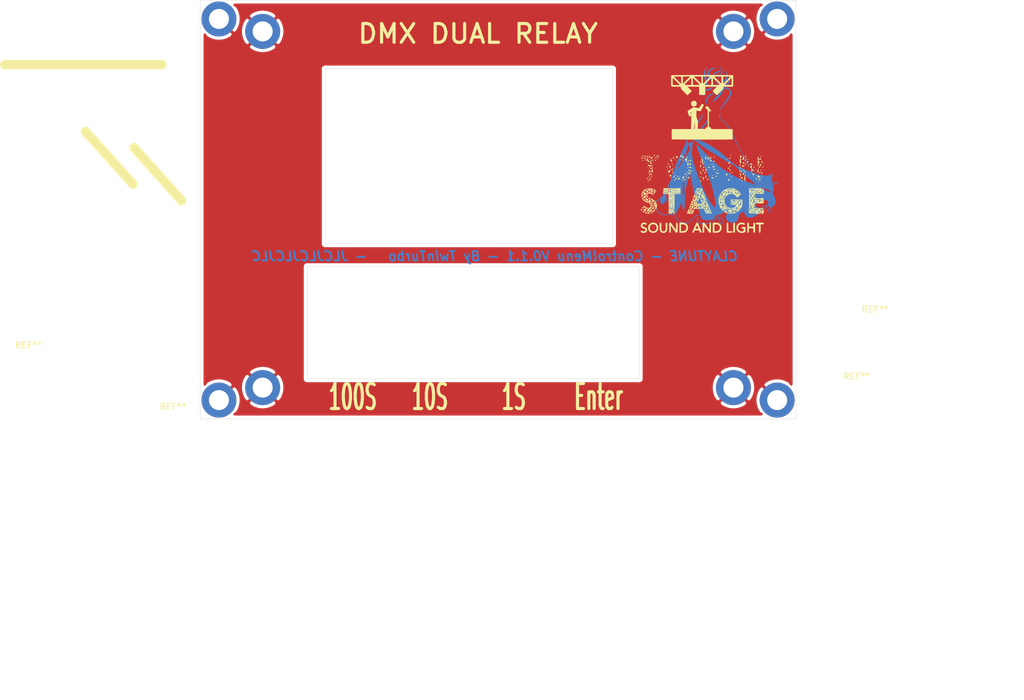
<source format=kicad_pcb>
(kicad_pcb (version 20171130) (host pcbnew "(5.1.7)-1")
  (layers (0 F.Cu signal hide) (31 B.Cu signal) (34 B.Paste user) (35 F.Paste user) (36 B.SilkS user) (37 F.SilkS user) (38 B.Mask user) (39 F.Mask user) (44 Edge.Cuts user))
  (net 0 "")
  (net 1 GND)
  (module MountingHole:MountingHole_3.2mm_M3_DIN965_Pad (layer F.Cu) (at 210.12 67.29)
    (fp_text reference REF** (at 12.75 -3.8) (layer F.SilkS))
    (fp_text value MountingHole_3.2mm_M3_DIN965_Pad)
    (pad 1 thru_hole circle (at 0 0) (size 5.6 5.6) (drill 3.2) (layers *.Cu *.Mask) (net 1 GND))
  )
  (module MountingHole:MountingHole_3.2mm_M3_DIN965_Pad (layer F.Cu) (at 203.12 126.29)
    (fp_text reference REF** (at 22.68 -12.53) (layer F.SilkS))
    (fp_text value MountingHole_3.2mm_M3_DIN965_Pad)
    (pad 1 thru_hole circle (at 0 0) (size 5.6 5.6) (drill 3.2) (layers *.Cu *.Mask) (net 1 GND))
  )
  (module MountingHole:MountingHole_3.2mm_M3_DIN965_Pad (layer F.Cu) (at 120.79 128.29)
    (fp_text reference REF** (at -30.49 -8.78) (layer F.SilkS))
    (fp_text value MountingHole_3.2mm_M3_DIN965_Pad)
    (pad 1 thru_hole circle (at 0 0) (size 5.6 5.6) (drill 3.2) (layers *.Cu *.Mask) (net 1 GND))
  )
  (module MountingHole:MountingHole_3.2mm_M3_DIN965_Pad (layer F.Cu) (at 120.79 67.3)
    (fp_text reference REF** (at -4.74 -8.36) (layer F.SilkS))
    (fp_text value MountingHole_3.2mm_M3_DIN965_Pad)
    (pad 1 thru_hole circle (at 0 0) (size 5.6 5.6) (drill 3.2) (layers *.Cu *.Mask) (net 1 GND))
  )
  (module RobsFoots:TOBINLOGO (layer F.Cu) (at 198.18 89.01)
    (fp_text reference G*** hide)
    (fp_text value LOGO hide)
  )
  (module MountingHole:MountingHole_3.2mm_M3_DIN965_Pad (layer F.Cu) (at 127.79 69.29)
    (fp_text reference REF** (at -4.74 -8.36) (layer F.SilkS))
    (fp_text value MountingHole_3.2mm_M3_DIN965_Pad)
    (pad 1 thru_hole circle (at 0 0) (size 5.6 5.6) (drill 3.2) (layers *.Cu *.Mask) (net 1 GND))
  )
  (module MountingHole:MountingHole_3.2mm_M3_DIN965_Pad (layer F.Cu) (at 127.79 126.29)
    (fp_text reference REF** (at -14.35 3.06) (layer F.SilkS))
    (fp_text value MountingHole_3.2mm_M3_DIN965_Pad)
    (pad 1 thru_hole circle (at 0 0) (size 5.6 5.6) (drill 3.2) (layers *.Cu *.Mask) (net 1 GND))
  )
  (module MountingHole:MountingHole_3.2mm_M3_DIN965_Pad (layer F.Cu) (at 203.12 69.29)
    (fp_text reference REF** (at -5.3 -10.25) (layer F.SilkS))
    (fp_text value MountingHole_3.2mm_M3_DIN965_Pad)
    (pad 1 thru_hole circle (at 0 0) (size 5.6 5.6) (drill 3.2) (layers *.Cu *.Mask) (net 1 GND))
  )
  (module MountingHole:MountingHole_3.2mm_M3_DIN965_Pad (layer F.Cu) (at 210.12 128.29)
    (fp_text reference REF** (at 12.75 -3.8) (layer F.SilkS))
    (fp_text value MountingHole_3.2mm_M3_DIN965_Pad)
    (pad 1 thru_hole circle (at 0 0) (size 5.6 5.6) (drill 3.2) (layers *.Cu *.Mask) (net 1 GND))
  )
  (module ROBSLIBRARY:GFX1FC (layer B.Cu) (at 200.39 87.04 180)
    (fp_text reference G1 hide)
    (fp_text value LOGO hide)
    (fp_poly (pts (xy -0.626714 12.016411) (xy -0.613292 11.967234) (xy -0.610211 11.911306) (xy -0.587917 11.778919) (xy -0.546647 11.695695) (xy -0.5087 11.630453) (xy -0.48597 11.581469) (xy -0.483083 11.569233) (xy -0.461179 11.534612) (xy -0.400293 11.483633) (xy -0.307662 11.42114) (xy -0.190526 11.351974) (xy -0.056123 11.280977) (xy -0.040861 11.273395) (xy 0.057472 11.225952) (xy 0.139304 11.188527) (xy 0.193633 11.166042) (xy 0.208733 11.161761) (xy 0.2554 11.144212) (xy 0.320312 11.099367) (xy 0.390665 11.038935) (xy 0.453657 10.974621) (xy 0.496485 10.918132) (xy 0.507662 10.888438) (xy 0.521635 10.858842) (xy 0.529225 10.856656) (xy 0.552358 10.835935) (xy 0.583986 10.784479) (xy 0.592377 10.767667) (xy 0.614931 10.704392) (xy 0.605764 10.679246) (xy 0.567242 10.692623) (xy 0.50173 10.744918) (xy 0.49474 10.751407) (xy 0.427252 10.808212) (xy 0.347592 10.866112) (xy 0.269419 10.91621) (xy 0.206393 10.949612) (xy 0.176974 10.958358) (xy 0.127424 10.971468) (xy 0.047089 11.006561) (xy -0.052592 11.057282) (xy -0.160182 11.117278) (xy -0.264243 11.180193) (xy -0.353335 11.239673) (xy -0.4117 11.285403) (xy -0.516734 11.401558) (xy -0.600693 11.537058) (xy -0.659293 11.680328) (xy -0.688248 11.819791) (xy -0.683274 11.943872) (xy -0.671054 11.986008) (xy -0.647259 12.024255) (xy -0.626714 12.016411)) (layer B.Cu) (width 0.01))
    (fp_poly (pts (xy -1.130404 11.820393) (xy -1.113893 11.769762) (xy -1.10077 11.694935) (xy -1.09395 11.60921) (xy -1.093573 11.588019) (xy -1.072501 11.50015) (xy -1.013226 11.392605) (xy -0.920743 11.272532) (xy -0.80005 11.147078) (xy -0.758922 11.109314) (xy -0.63225 10.983665) (xy -0.520601 10.848942) (xy -0.43101 10.715351) (xy -0.370509 10.593094) (xy -0.348217 10.513413) (xy -0.334055 10.432061) (xy -0.318622 10.363198) (xy -0.316178 10.354504) (xy -0.317062 10.308987) (xy -0.347067 10.296116) (xy -0.393281 10.319921) (xy -0.401722 10.327807) (xy -0.426495 10.376656) (xy -0.432233 10.415913) (xy -0.451627 10.489331) (xy -0.507476 10.589067) (xy -0.596284 10.709983) (xy -0.714552 10.846942) (xy -0.755372 10.890515) (xy -0.920949 11.076634) (xy -1.046044 11.246078) (xy -1.127262 11.38814) (xy -1.147118 11.451079) (xy -1.161306 11.538156) (xy -1.169159 11.634632) (xy -1.170012 11.725771) (xy -1.163198 11.796836) (xy -1.148051 11.833089) (xy -1.147389 11.83353) (xy -1.130404 11.820393)) (layer B.Cu) (width 0.01))
    (fp_poly (pts (xy 0.173733 9.751618) (xy 0.16993 9.70691) (xy 0.155454 9.692292) (xy 0.129558 9.662199) (xy 0.127127 9.64683) (xy 0.1127 9.614377) (xy 0.101701 9.61081) (xy 0.07693 9.617634) (xy 0.076276 9.619617) (xy 0.086602 9.645732) (xy 0.112195 9.699406) (xy 0.11998 9.714962) (xy 0.148944 9.766679) (xy 0.16498 9.775875) (xy 0.173733 9.751618)) (layer B.Cu) (width 0.01))
    (fp_poly (pts (xy -0.057117 9.503609) (xy 0.020983 9.489186) (xy 0.072403 9.468956) (xy 0.08795 9.446037) (xy 0.075414 9.431762) (xy 0.029475 9.418141) (xy -0.044841 9.410398) (xy -0.130907 9.408486) (xy -0.212095 9.412356) (xy -0.271781 9.42196) (xy -0.292393 9.432832) (xy -0.29781 9.473437) (xy -0.255538 9.499017) (xy -0.166646 9.508989) (xy -0.152708 9.509109) (xy -0.057117 9.503609)) (layer B.Cu) (width 0.01))
    (fp_poly (pts (xy -0.046682 9.272752) (xy -0.038138 9.254854) (xy -0.067423 9.23144) (xy -0.112611 9.245937) (xy -0.127127 9.254854) (xy -0.144031 9.272381) (xy -0.117096 9.27929) (xy -0.093845 9.279891) (xy -0.046682 9.272752)) (layer B.Cu) (width 0.01))
    (fp_poly (pts (xy 0.026826 11.936175) (xy 0.039409 11.927294) (xy 0.074467 11.915215) (xy 0.146858 11.902739) (xy 0.243128 11.892006) (xy 0.279679 11.889079) (xy 0.460434 11.874677) (xy 0.596417 11.860473) (xy 0.693698 11.845657) (xy 0.758348 11.829417) (xy 0.775475 11.822768) (xy 0.828912 11.799191) (xy 0.905539 11.765566) (xy 0.942524 11.749382) (xy 1.086635 11.65992) (xy 1.211044 11.530852) (xy 1.312411 11.370717) (xy 1.387395 11.188056) (xy 1.432655 10.991408) (xy 1.44485 10.789315) (xy 1.420639 10.590316) (xy 1.411111 10.551551) (xy 1.390558 10.447106) (xy 1.376798 10.3239) (xy 1.373274 10.24009) (xy 1.368397 10.145327) (xy 1.356026 10.086457) (xy 1.338961 10.067398) (xy 1.320004 10.092068) (xy 1.305489 10.145273) (xy 1.288023 10.203811) (xy 1.267987 10.235763) (xy 1.256526 10.266436) (xy 1.248525 10.332916) (xy 1.245846 10.411711) (xy 1.242938 10.49744) (xy 1.235354 10.560752) (xy 1.225815 10.586355) (xy 1.214394 10.587433) (xy 1.200091 10.571613) (xy 1.178905 10.531293) (xy 1.146836 10.458869) (xy 1.100465 10.348148) (xy 1.070032 10.277537) (xy 1.044166 10.22206) (xy 1.041711 10.217262) (xy 1.036629 10.180614) (xy 1.071832 10.161766) (xy 1.105626 10.139232) (xy 1.099251 10.111514) (xy 1.058778 10.094584) (xy 1.046027 10.093893) (xy 0.98595 10.073948) (xy 0.946435 10.026383) (xy 0.94074 9.998598) (xy 0.933071 9.969746) (xy 0.907999 9.918309) (xy 0.862434 9.838756) (xy 0.793282 9.725556) (xy 0.744396 9.647463) (xy 0.710152 9.589195) (xy 0.673382 9.521821) (xy 0.591482 9.390689) (xy 0.488618 9.263829) (xy 0.374523 9.150412) (xy 0.258927 9.059605) (xy 0.151564 9.000578) (xy 0.104616 8.985972) (xy 0.036732 8.966518) (xy -0.004588 8.949103) (xy -0.055618 8.933924) (xy -0.138127 8.920846) (xy -0.233694 8.911476) (xy -0.323899 8.907422) (xy -0.390322 8.910293) (xy -0.406807 8.913991) (xy -0.471496 8.93933) (xy -0.556208 8.975568) (xy -0.673774 9.028191) (xy -0.754975 9.074736) (xy -0.847491 9.143175) (xy -0.944147 9.226134) (xy -1.037766 9.31624) (xy -1.121174 9.406122) (xy -1.187196 9.488406) (xy -1.228655 9.555719) (xy -1.233976 9.580334) (xy -1.138897 9.580334) (xy -1.107222 9.529419) (xy -1.086596 9.503244) (xy -1.037115 9.451426) (xy -1.002973 9.432353) (xy -0.991592 9.447217) (xy -1.009469 9.496669) (xy -1.051445 9.551718) (xy -1.093876 9.585697) (xy -1.134508 9.59976) (xy -1.138897 9.580334) (xy -1.233976 9.580334) (xy -1.238377 9.60069) (xy -1.236114 9.605987) (xy -1.244246 9.637311) (xy -1.284816 9.690485) (xy -1.349767 9.756601) (xy -1.431042 9.826751) (xy -1.447455 9.839639) (xy -1.522109 9.898046) (xy -1.570282 9.939275) (xy -1.605973 9.976927) (xy -1.643181 10.024598) (xy -1.656848 10.043043) (xy -1.737347 10.186992) (xy -1.787277 10.361662) (xy -1.80804 10.57245) (xy -1.808838 10.629194) (xy -1.803761 10.775455) (xy -1.785811 10.904536) (xy -1.750905 11.03345) (xy -1.694961 11.179211) (xy -1.65523 11.269455) (xy -1.607012 11.358849) (xy -1.568992 11.400078) (xy -1.545649 11.395502) (xy -1.54146 11.347485) (xy -1.560905 11.258388) (xy -1.571562 11.225325) (xy -1.602221 11.116363) (xy -1.62677 10.991937) (xy -1.64437 10.862802) (xy -1.654179 10.73971) (xy -1.655357 10.633417) (xy -1.647062 10.554677) (xy -1.628454 10.514243) (xy -1.627228 10.513413) (xy -1.607665 10.478424) (xy -1.601802 10.434623) (xy -1.581907 10.341174) (xy -1.529197 10.238714) (xy -1.454134 10.144933) (xy -1.40499 10.101867) (xy -1.34558 10.056648) (xy -1.304998 10.024032) (xy -1.296697 10.01642) (xy -1.268716 9.995402) (xy -1.213975 9.959887) (xy -1.191722 9.946187) (xy -1.078138 9.860111) (xy -0.972919 9.74953) (xy -0.884295 9.626342) (xy -0.820497 9.50245) (xy -0.789754 9.389751) (xy -0.788188 9.362733) (xy -0.78501 9.326125) (xy -0.771664 9.293351) (xy -0.74243 9.260424) (xy -0.69159 9.22336) (xy -0.613425 9.178172) (xy -0.502218 9.120874) (xy -0.352249 9.047482) (xy -0.299094 9.02185) (xy -0.234808 9.003888) (xy -0.167909 9.003096) (xy -0.120815 9.018967) (xy -0.114415 9.026026) (xy -0.079928 9.044575) (xy -0.026272 9.051451) (xy 0.061286 9.068956) (xy 0.166821 9.115507) (xy 0.274507 9.182158) (xy 0.368522 9.259964) (xy 0.397962 9.291281) (xy 0.455827 9.365444) (xy 0.524666 9.463521) (xy 0.590294 9.565236) (xy 0.594828 9.572672) (xy 0.692918 9.734748) (xy 0.766544 9.857438) (xy 0.817977 9.944614) (xy 0.849488 10.000144) (xy 0.863351 10.0279) (xy 0.864464 10.032019) (xy 0.841945 10.042775) (xy 0.777091 10.033316) (xy 0.673955 10.004254) (xy 0.667897 10.002307) (xy 0.597889 9.981339) (xy 0.546865 9.975332) (xy 0.495392 9.98633) (xy 0.42404 10.016376) (xy 0.391654 10.031363) (xy 0.267025 10.095088) (xy 0.18691 10.149341) (xy 0.153456 10.192612) (xy 0.152552 10.199536) (xy 0.172731 10.2184) (xy 0.220994 10.216893) (xy 0.273668 10.198073) (xy 0.425104 10.141155) (xy 0.572033 10.127488) (xy 0.650728 10.14001) (xy 0.738176 10.158968) (xy 0.818682 10.169443) (xy 0.837541 10.17017) (xy 0.897373 10.182363) (xy 0.939378 10.227732) (xy 0.951591 10.250352) (xy 0.984194 10.328804) (xy 0.983915 10.380195) (xy 0.948161 10.418309) (xy 0.916578 10.436484) (xy 0.850181 10.458067) (xy 0.748146 10.470711) (xy 0.603481 10.475237) (xy 0.586047 10.475275) (xy 0.470586 10.477619) (xy 0.384944 10.484113) (xy 0.337423 10.493946) (xy 0.33053 10.500216) (xy 0.352401 10.522548) (xy 0.40045 10.538759) (xy 0.470966 10.553403) (xy 0.558141 10.572657) (xy 0.578793 10.577382) (xy 0.701275 10.598463) (xy 0.797872 10.594804) (xy 0.88822 10.564335) (xy 0.934606 10.53988) (xy 1.042886 10.477971) (xy 1.08401 10.571968) (xy 1.106332 10.646689) (xy 1.120236 10.753546) (xy 1.126659 10.900665) (xy 1.127213 10.945645) (xy 1.127345 11.07043) (xy 1.124017 11.157246) (xy 1.114946 11.218961) (xy 1.097848 11.268442) (xy 1.07044 11.318558) (xy 1.057292 11.339739) (xy 1.000933 11.420354) (xy 0.940903 11.493106) (xy 0.916795 11.517717) (xy 0.84948 11.570459) (xy 0.765725 11.623125) (xy 0.681849 11.666759) (xy 0.614168 11.692404) (xy 0.592581 11.695695) (xy 0.543991 11.70568) (xy 0.478277 11.729892) (xy 0.474213 11.731697) (xy 0.392879 11.761597) (xy 0.317818 11.780455) (xy 0.155363 11.816001) (xy 0.041984 11.860232) (xy -0.009489 11.897287) (xy -0.041463 11.934753) (xy -0.035341 11.948986) (xy -0.023448 11.94995) (xy 0.026826 11.936175)) (layer B.Cu) (width 0.01))
    (fp_poly (pts (xy 1.573731 11.976791) (xy 1.632982 11.92719) (xy 1.701907 11.84251) (xy 1.773061 11.735556) (xy 1.838998 11.619133) (xy 1.892274 11.506045) (xy 1.925444 11.409096) (xy 1.932715 11.359367) (xy 1.941542 11.298499) (xy 1.962968 11.219663) (xy 1.969737 11.199899) (xy 1.988007 11.119693) (xy 2.000497 11.005749) (xy 2.00714 10.872062) (xy 2.007867 10.732627) (xy 2.00261 10.601439) (xy 1.991302 10.492493) (xy 1.973875 10.419784) (xy 1.97352 10.41893) (xy 1.942204 10.336557) (xy 1.911751 10.244869) (xy 1.908406 10.233733) (xy 1.869281 10.11406) (xy 1.813523 9.965476) (xy 1.778506 9.877777) (xy 1.735141 9.74418) (xy 1.713282 9.61711) (xy 1.714966 9.511606) (xy 1.723997 9.475035) (xy 1.745038 9.40302) (xy 1.754331 9.343856) (xy 1.754354 9.341858) (xy 1.772988 9.288749) (xy 1.82427 9.211865) (xy 1.901272 9.119358) (xy 1.997063 9.019382) (xy 2.104714 8.92009) (xy 2.133887 8.895311) (xy 2.251411 8.795335) (xy 2.361085 8.698386) (xy 2.456501 8.610496) (xy 2.531251 8.537698) (xy 2.578925 8.486023) (xy 2.593393 8.462796) (xy 2.584851 8.444526) (xy 2.553339 8.447311) (xy 2.49003 8.472866) (xy 2.453553 8.489978) (xy 2.37342 8.527478) (xy 2.272533 8.573541) (xy 2.199299 8.606366) (xy 2.040148 8.678088) (xy 1.91914 8.735845) (xy 1.827283 8.784753) (xy 1.755586 8.829928) (xy 1.695057 8.87649) (xy 1.644474 8.922118) (xy 1.548737 9.027951) (xy 1.477961 9.144214) (xy 1.426814 9.282961) (xy 1.389968 9.456245) (xy 1.380631 9.518754) (xy 1.38291 9.623544) (xy 1.413867 9.765681) (xy 1.473838 9.94626) (xy 1.56316 10.166373) (xy 1.617915 10.289366) (xy 1.651135 10.368599) (xy 1.672985 10.432978) (xy 1.678078 10.459487) (xy 1.692969 10.503447) (xy 1.703503 10.513413) (xy 1.712044 10.543033) (xy 1.718861 10.613895) (xy 1.723929 10.716417) (xy 1.727224 10.84102) (xy 1.728719 10.978121) (xy 1.728391 11.118141) (xy 1.726214 11.251498) (xy 1.722162 11.368611) (xy 1.716211 11.4599) (xy 1.708336 11.515784) (xy 1.706151 11.522877) (xy 1.68458 11.583959) (xy 1.658291 11.665797) (xy 1.65012 11.692702) (xy 1.623087 11.767585) (xy 1.594553 11.823743) (xy 1.585164 11.835827) (xy 1.555231 11.883711) (xy 1.53605 11.936903) (xy 1.527148 11.984333) (xy 1.541431 11.992134) (xy 1.573731 11.976791)) (layer B.Cu) (width 0.01))
    (fp_poly (pts (xy 0.738769 9.175116) (xy 0.748976 9.131335) (xy 0.754815 9.054262) (xy 0.755153 8.969779) (xy 0.759664 8.85068) (xy 0.785865 8.767138) (xy 0.84098 8.705957) (xy 0.926686 8.656539) (xy 1.003283 8.626983) (xy 1.11402 8.592288) (xy 1.243059 8.556706) (xy 1.374563 8.524491) (xy 1.492697 8.499895) (xy 1.538238 8.492303) (xy 1.765557 8.436342) (xy 1.963332 8.339252) (xy 2.13379 8.199601) (xy 2.278752 8.016586) (xy 2.343957 7.894284) (xy 2.365422 7.790217) (xy 2.342942 7.69634) (xy 2.27631 7.604608) (xy 2.267972 7.596012) (xy 2.191763 7.530859) (xy 2.115925 7.497871) (xy 2.059459 7.488219) (xy 1.973789 7.486485) (xy 1.898751 7.49748) (xy 1.881481 7.503423) (xy 1.84832 7.520127) (xy 1.84555 7.533836) (xy 1.879247 7.550787) (xy 1.952377 7.576173) (xy 2.026893 7.602359) (xy 2.078013 7.622757) (xy 2.092216 7.630721) (xy 2.107345 7.657783) (xy 2.129379 7.697202) (xy 2.154056 7.754632) (xy 2.161161 7.789798) (xy 2.143499 7.830542) (xy 2.097247 7.8933) (xy 2.032506 7.967089) (xy 1.959377 8.040925) (xy 1.88796 8.103825) (xy 1.841767 8.13711) (xy 1.759586 8.180955) (xy 1.660137 8.224307) (xy 1.560419 8.260746) (xy 1.47743 8.283856) (xy 1.440308 8.288688) (xy 1.392984 8.295257) (xy 1.313689 8.315933) (xy 1.197467 8.35217) (xy 1.039364 8.405422) (xy 1.021356 8.411637) (xy 0.858405 8.488608) (xy 0.737258 8.591407) (xy 0.65954 8.717973) (xy 0.626875 8.866246) (xy 0.626061 8.913008) (xy 0.634958 8.998125) (xy 0.654541 9.078179) (xy 0.680312 9.142716) (xy 0.707777 9.181278) (xy 0.73244 9.183409) (xy 0.738769 9.175116)) (layer B.Cu) (width 0.01))
    (fp_poly (pts (xy -0.142 8.161694) (xy -0.062479 8.132492) (xy 0.048024 8.08166) (xy 0.083498 8.063924) (xy 0.219556 7.997417) (xy 0.3766 7.924534) (xy 0.528251 7.857403) (xy 0.583209 7.834166) (xy 0.834513 7.722354) (xy 1.04102 7.612326) (xy 1.208335 7.499099) (xy 1.342061 7.377692) (xy 1.4478 7.243124) (xy 1.531155 7.090412) (xy 1.589702 6.939294) (xy 1.609405 6.848058) (xy 1.621198 6.726469) (xy 1.625359 6.588194) (xy 1.622168 6.4469) (xy 1.611902 6.316256) (xy 1.594838 6.209928) (xy 1.573557 6.145672) (xy 1.542949 6.102128) (xy 1.519289 6.091642) (xy 1.517974 6.092702) (xy 1.510592 6.124102) (xy 1.504694 6.194896) (xy 1.500997 6.293636) (xy 1.5001 6.377995) (xy 1.491057 6.59359) (xy 1.461555 6.775362) (xy 1.408032 6.937447) (xy 1.326928 7.093982) (xy 1.31477 7.113709) (xy 1.22842 7.233368) (xy 1.124063 7.341303) (xy 0.994736 7.442611) (xy 0.833478 7.542389) (xy 0.633326 7.645733) (xy 0.508508 7.703961) (xy 0.422465 7.747004) (xy 0.313748 7.807161) (xy 0.193911 7.877373) (xy 0.074508 7.950582) (xy -0.032908 8.01973) (xy -0.116784 8.077758) (xy -0.160535 8.11269) (xy -0.194442 8.152475) (xy -0.187126 8.168582) (xy -0.142 8.161694)) (layer B.Cu) (width 0.01))
    (fp_poly (pts (xy -1.969328 10.44257) (xy -1.960117 10.415102) (xy -1.962588 10.359005) (xy -1.976641 10.265836) (xy -1.987421 10.205738) (xy -1.999483 10.012278) (xy -1.967698 9.820651) (xy -1.917442 9.690359) (xy -1.855291 9.602632) (xy -1.747491 9.496232) (xy -1.595243 9.372248) (xy -1.452503 9.268302) (xy -1.344627 9.18905) (xy -1.236408 9.103441) (xy -1.145636 9.025752) (xy -1.117855 8.999758) (xy -1.025332 8.894519) (xy -0.949384 8.779228) (xy -0.896099 8.665874) (xy -0.871564 8.566447) (xy -0.873263 8.51802) (xy -0.875497 8.469751) (xy -0.859172 8.41528) (xy -0.819316 8.342268) (xy -0.77468 8.273411) (xy -0.721504 8.191531) (xy -0.681647 8.125241) (xy -0.662006 8.086166) (xy -0.661061 8.081918) (xy -0.644584 8.059954) (xy -0.641992 8.059733) (xy -0.619669 8.04005) (xy -0.578081 7.988128) (xy -0.525529 7.914464) (xy -0.516099 7.90053) (xy -0.446646 7.803336) (xy -0.359589 7.690195) (xy -0.271637 7.582689) (xy -0.255414 7.56377) (xy -0.094452 7.37725) (xy 0.035288 7.225428) (xy 0.136478 7.105093) (xy 0.21179 7.013031) (xy 0.263894 6.946032) (xy 0.294118 6.903003) (xy 0.341443 6.83494) (xy 0.387225 6.77778) (xy 0.387535 6.777438) (xy 0.421177 6.734081) (xy 0.432232 6.709923) (xy 0.447294 6.681781) (xy 0.486038 6.628789) (xy 0.521221 6.585185) (xy 0.570731 6.522007) (xy 0.603039 6.473263) (xy 0.61021 6.455652) (xy 0.601392 6.436164) (xy 0.572133 6.438787) (xy 0.518227 6.465826) (xy 0.435467 6.519588) (xy 0.319646 6.602378) (xy 0.254254 6.650735) (xy 0.083274 6.786382) (xy -0.0939 6.941657) (xy -0.267888 7.107219) (xy -0.429311 7.273725) (xy -0.568791 7.431833) (xy -0.67695 7.572201) (xy -0.689985 7.591287) (xy -0.849593 7.844354) (xy -0.974485 8.075735) (xy -1.027355 8.190329) (xy -1.066566 8.259668) (xy -1.126785 8.343963) (xy -1.178766 8.406445) (xy -1.27852 8.499243) (xy -1.38512 8.557947) (xy -1.508012 8.584714) (xy -1.656639 8.581703) (xy -1.8254 8.554246) (xy -1.92713 8.508308) (xy -2.009511 8.420504) (xy -2.070235 8.296881) (xy -2.106996 8.143484) (xy -2.117484 7.966358) (xy -2.1063 7.818318) (xy -2.091398 7.715549) (xy -2.076019 7.62752) (xy -2.063056 7.570454) (xy -2.060964 7.564064) (xy -2.029859 7.490452) (xy -1.984159 7.39466) (xy -1.93204 7.292549) (xy -1.881677 7.199982) (xy -1.841247 7.13282) (xy -1.831617 7.119119) (xy -1.788342 7.060178) (xy -1.729 6.977019) (xy -1.659354 6.877986) (xy -1.585165 6.771427) (xy -1.512197 6.665685) (xy -1.446211 6.569107) (xy -1.392968 6.490038) (xy -1.358232 6.436823) (xy -1.347548 6.418012) (xy -1.333651 6.389424) (xy -1.322453 6.374352) (xy -1.265136 6.300214) (xy -1.197467 6.207088) (xy -1.132799 6.113838) (xy -1.084489 6.039329) (xy -1.080212 6.032182) (xy -1.044309 5.978699) (xy -1.017023 5.950734) (xy -1.013249 5.949549) (xy -0.991302 5.928884) (xy -0.980872 5.905055) (xy -0.956582 5.861) (xy -0.910166 5.797596) (xy -0.877945 5.758858) (xy -0.827679 5.696148) (xy -0.795272 5.645883) (xy -0.788676 5.627494) (xy -0.772891 5.593048) (xy -0.766692 5.589356) (xy -0.741181 5.564792) (xy -0.697558 5.510209) (xy -0.645068 5.43845) (xy -0.592958 5.362357) (xy -0.550474 5.294776) (xy -0.536365 5.269419) (xy -0.523199 5.224536) (xy -0.539969 5.210191) (xy -0.576922 5.225138) (xy -0.624302 5.268131) (xy -0.635865 5.282132) (xy -0.684085 5.339961) (xy -0.750198 5.414758) (xy -0.797679 5.466466) (xy -0.871588 5.549431) (xy -0.944146 5.637143) (xy -0.978977 5.682582) (xy -1.031915 5.752045) (xy -1.079615 5.809686) (xy -1.094922 5.826262) (xy -1.133141 5.868481) (xy -1.189009 5.934409) (xy -1.235685 5.991527) (xy -1.300054 6.070722) (xy -1.381832 6.170081) (xy -1.465617 6.270913) (xy -1.483925 6.292792) (xy -1.573178 6.399394) (xy -1.638289 6.477838) (xy -1.687791 6.538933) (xy -1.730213 6.593489) (xy -1.774088 6.652313) (xy -1.827946 6.726216) (xy -1.849844 6.756417) (xy -1.909264 6.840887) (xy -1.955051 6.910733) (xy -1.98033 6.955248) (xy -1.983183 6.964058) (xy -2.002416 6.994741) (xy -2.005696 6.996229) (xy -2.034405 7.024634) (xy -2.078577 7.088419) (xy -2.132202 7.17687) (xy -2.18927 7.27927) (xy -2.243771 7.384907) (xy -2.289696 7.483065) (xy -2.317055 7.551351) (xy -2.350451 7.676454) (xy -2.370138 7.814884) (xy -2.375835 7.952634) (xy -2.367263 8.075696) (xy -2.344143 8.170065) (xy -2.32997 8.19786) (xy -2.299829 8.252767) (xy -2.288289 8.290109) (xy -2.273427 8.328186) (xy -2.235205 8.391744) (xy -2.183171 8.467496) (xy -2.126871 8.542153) (xy -2.075852 8.602429) (xy -2.04105 8.634219) (xy -1.919427 8.706528) (xy -1.825052 8.754808) (xy -1.743403 8.78403) (xy -1.659954 8.799162) (xy -1.560181 8.805173) (xy -1.539923 8.805658) (xy -1.334835 8.809909) (xy -1.156857 8.67062) (xy -1.075084 8.605403) (xy -1.008707 8.550195) (xy -0.968056 8.513684) (xy -0.961193 8.506091) (xy -0.937358 8.484857) (xy -0.927791 8.499395) (xy -0.933776 8.536311) (xy -0.95424 8.578712) (xy -1.037042 8.683879) (xy -1.150963 8.791453) (xy -1.302016 8.906599) (xy -1.454047 9.007898) (xy -1.629246 9.127528) (xy -1.785217 9.249852) (xy -1.91504 9.368608) (xy -2.011799 9.477535) (xy -2.063946 9.55996) (xy -2.127288 9.724648) (xy -2.155299 9.87157) (xy -2.153077 9.957121) (xy -2.125471 10.118873) (xy -2.093134 10.255472) (xy -2.058198 10.360463) (xy -2.022796 10.427394) (xy -1.990322 10.449849) (xy -1.969328 10.44257)) (layer B.Cu) (width 0.01))
    (fp_poly (pts (xy 2.059963 4.405833) (xy 2.100861 4.387824) (xy 2.11031 4.375192) (xy 2.129178 4.352869) (xy 2.179487 4.308472) (xy 2.251789 4.250162) (xy 2.281932 4.226917) (xy 2.366142 4.160811) (xy 2.437906 4.101) (xy 2.484762 4.057971) (xy 2.491762 4.050311) (xy 2.526973 4.007715) (xy 2.582251 3.940443) (xy 2.644314 3.864664) (xy 2.702541 3.793828) (xy 2.747825 3.739429) (xy 2.770879 3.712618) (xy 2.771371 3.712112) (xy 2.796652 3.674835) (xy 2.839872 3.597894) (xy 2.897841 3.487879) (xy 2.967367 3.351378) (xy 3.045261 3.194979) (xy 3.128332 3.025274) (xy 3.213389 2.84885) (xy 3.297242 2.672296) (xy 3.3767 2.502202) (xy 3.448574 2.345158) (xy 3.509672 2.207751) (xy 3.556803 2.096571) (xy 3.571598 2.059459) (xy 3.605373 1.978022) (xy 3.651754 1.873269) (xy 3.700864 1.767495) (xy 3.702178 1.764745) (xy 3.742842 1.677708) (xy 3.773176 1.608983) (xy 3.787808 1.570851) (xy 3.788388 1.567698) (xy 3.77336 1.552154) (xy 3.740264 1.567961) (xy 3.7246 1.583699) (xy 3.58207 1.772367) (xy 3.44744 1.983183) (xy 3.40802 2.05386) (xy 3.356901 2.150243) (xy 3.298608 2.263238) (xy 3.237666 2.383752) (xy 3.1786 2.502689) (xy 3.125936 2.610955) (xy 3.084199 2.699456) (xy 3.057914 2.759099) (xy 3.051051 2.779773) (xy 3.040823 2.80928) (xy 3.013418 2.873882) (xy 2.973751 2.962871) (xy 2.926738 3.065541) (xy 2.877295 3.171186) (xy 2.830337 3.269098) (xy 2.790781 3.348571) (xy 2.782993 3.3636) (xy 2.62542 3.628967) (xy 2.433694 3.893255) (xy 2.273814 4.081293) (xy 2.190856 4.174184) (xy 2.11863 4.258766) (xy 2.065451 4.325067) (xy 2.040894 4.360595) (xy 2.022437 4.401878) (xy 2.035526 4.411038) (xy 2.059963 4.405833)) (layer B.Cu) (width 0.01))
    (fp_poly (pts (xy -0.612556 4.657634) (xy -0.600819 4.633783) (xy -0.577269 4.581405) (xy -0.541344 4.51582) (xy -0.539665 4.513013) (xy -0.497297 4.41726) (xy -0.457623 4.27816) (xy -0.422753 4.103215) (xy -0.420482 4.089424) (xy -0.415451 4.046007) (xy -0.420974 4.010272) (xy -0.443413 3.972828) (xy -0.489131 3.924286) (xy -0.56449 3.855256) (xy -0.601368 3.822457) (xy -0.987639 3.464745) (xy -1.325479 3.119905) (xy -1.615469 2.787253) (xy -1.858188 2.466101) (xy -2.054217 2.155763) (xy -2.132815 2.008608) (xy -2.186184 1.904016) (xy -2.236767 1.808132) (xy -2.276491 1.73614) (xy -2.288281 1.716216) (xy -2.320774 1.655816) (xy -2.336975 1.610525) (xy -2.337281 1.607652) (xy -2.351202 1.567991) (xy -2.384212 1.505228) (xy -2.402703 1.474674) (xy -2.440667 1.409268) (xy -2.463393 1.359943) (xy -2.466267 1.347547) (xy -2.478933 1.311692) (xy -2.51097 1.251491) (xy -2.52983 1.22042) (xy -2.568111 1.151934) (xy -2.590757 1.096257) (xy -2.593394 1.081085) (xy -2.606966 1.046927) (xy -2.618819 1.042442) (xy -2.639907 1.02129) (xy -2.644245 0.994704) (xy -2.662711 0.938528) (xy -2.682383 0.915315) (xy -2.715019 0.865115) (xy -2.720521 0.835925) (xy -2.731786 0.796331) (xy -2.745946 0.788188) (xy -2.767035 0.767036) (xy -2.771372 0.74045) (xy -2.789838 0.684273) (xy -2.80951 0.661061) (xy -2.841498 0.621132) (xy -2.847351 0.60074) (xy -2.857816 0.566884) (xy -2.886237 0.498838) (xy -2.927748 0.407856) (xy -2.958714 0.343243) (xy -3.018177 0.221129) (xy -3.089263 0.074766) (xy -3.16151 -0.074289) (xy -3.205518 -0.165266) (xy -3.263655 -0.28358) (xy -3.319469 -0.393662) (xy -3.366279 -0.482535) (xy -3.395356 -0.533934) (xy -3.428276 -0.590872) (xy -3.477902 -0.68081) (xy -3.537601 -0.791569) (xy -3.600743 -0.910971) (xy -3.603017 -0.915316) (xy -3.767832 -1.228662) (xy -3.912276 -1.499622) (xy -4.038161 -1.731568) (xy -4.1473 -1.927868) (xy -4.157011 -1.945045) (xy -4.206576 -2.032761) (xy -4.253695 -2.11643) (xy -4.274291 -2.153147) (xy -4.31726 -2.227003) (xy -4.369211 -2.3125) (xy -4.384521 -2.336976) (xy -4.422636 -2.400124) (xy -4.445991 -2.444151) (xy -4.44945 -2.45427) (xy -4.461995 -2.481519) (xy -4.494969 -2.539881) (xy -4.541379 -2.617642) (xy -4.594234 -2.703091) (xy -4.646541 -2.784516) (xy -4.647235 -2.78557) (xy -4.680514 -2.845571) (xy -4.694695 -2.87943) (xy -4.717737 -2.916967) (xy -4.732095 -2.923924) (xy -4.754216 -2.943024) (xy -4.754555 -2.947022) (xy -4.768376 -2.974386) (xy -4.80746 -3.038209) (xy -4.868238 -3.133065) (xy -4.947141 -3.253526) (xy -5.040599 -3.394165) (xy -5.145043 -3.549555) (xy -5.256905 -3.714268) (xy -5.313914 -3.79757) (xy -5.349447 -3.847433) (xy -5.401004 -3.917566) (xy -5.459779 -3.99627) (xy -5.516966 -4.071848) (xy -5.563758 -4.1326) (xy -5.591348 -4.166828) (xy -5.594106 -4.16977) (xy -5.61589 -4.195538) (xy -5.657902 -4.248668) (xy -5.695127 -4.296897) (xy -5.793871 -4.421608) (xy -5.890993 -4.53638) (xy -5.981524 -4.636189) (xy -6.060496 -4.71601) (xy -6.122941 -4.770818) (xy -6.16389 -4.795588) (xy -6.178379 -4.785669) (xy -6.162669 -4.752885) (xy -6.130599 -4.712858) (xy -6.088727 -4.660768) (xy -6.036896 -4.587012) (xy -6.012383 -4.549155) (xy -5.968516 -4.482645) (xy -5.933444 -4.435634) (xy -5.9211 -4.423004) (xy -5.898199 -4.397573) (xy -5.853428 -4.340235) (xy -5.794199 -4.260657) (xy -5.753279 -4.204127) (xy -5.665913 -4.084024) (xy -5.566193 -3.949717) (xy -5.472717 -3.826205) (xy -5.453754 -3.801561) (xy -5.385354 -3.712252) (xy -5.327033 -3.634656) (xy -5.287068 -3.579856) (xy -5.275776 -3.563232) (xy -5.245093 -3.520087) (xy -5.19584 -3.456654) (xy -5.167718 -3.421952) (xy -5.120188 -3.358567) (xy -5.090314 -3.307858) (xy -5.085085 -3.290737) (xy -5.064666 -3.255613) (xy -5.046947 -3.24526) (xy -5.013228 -3.217014) (xy -5.008809 -3.201971) (xy -4.995065 -3.164075) (xy -4.961078 -3.106674) (xy -4.9517 -3.093115) (xy -4.908914 -3.029607) (xy -4.855488 -2.945479) (xy -4.797827 -2.851468) (xy -4.742337 -2.758316) (xy -4.695423 -2.676762) (xy -4.663492 -2.617545) (xy -4.652853 -2.592056) (xy -4.632724 -2.567909) (xy -4.614715 -2.558774) (xy -4.581044 -2.532723) (xy -4.576577 -2.519449) (xy -4.563816 -2.48913) (xy -4.529186 -2.425617) (xy -4.47817 -2.338586) (xy -4.424024 -2.250151) (xy -4.363355 -2.151901) (xy -4.314123 -2.070329) (xy -4.281739 -2.014524) (xy -4.271472 -1.993857) (xy -4.259169 -1.967156) (xy -4.228182 -1.91362) (xy -4.211967 -1.887333) (xy -4.15952 -1.798777) (xy -4.088103 -1.670817) (xy -4.000979 -1.509785) (xy -3.901408 -1.322011) (xy -3.792652 -1.113829) (xy -3.67797 -0.891567) (xy -3.560623 -0.661559) (xy -3.443874 -0.430134) (xy -3.330981 -0.203625) (xy -3.225207 0.011638) (xy -3.129811 0.209323) (xy -3.102421 0.266967) (xy -3.006536 0.46952) (xy -2.927188 0.636774) (xy -2.85923 0.779424) (xy -2.797515 0.908166) (xy -2.736896 1.033695) (xy -2.672225 1.166706) (xy -2.598354 1.317897) (xy -2.510138 1.497961) (xy -2.502856 1.512812) (xy -2.423296 1.674036) (xy -2.347798 1.825082) (xy -2.280275 1.958277) (xy -2.224637 2.065948) (xy -2.184794 2.140421) (xy -2.169456 2.167012) (xy -2.133144 2.230822) (xy -2.112278 2.278304) (xy -2.110311 2.288183) (xy -2.093718 2.328777) (xy -2.0472 2.400552) (xy -1.975643 2.497628) (xy -1.883937 2.614122) (xy -1.776968 2.744152) (xy -1.659625 2.881836) (xy -1.536796 3.021291) (xy -1.413368 3.156635) (xy -1.294231 3.281987) (xy -1.233409 3.343443) (xy -1.141346 3.433187) (xy -1.026676 3.542459) (xy -0.90465 3.656837) (xy -0.800443 3.752862) (xy -0.546647 3.984303) (xy -0.546647 4.121531) (xy -0.557756 4.255235) (xy -0.587258 4.394624) (xy -0.629417 4.51397) (xy -0.638114 4.531737) (xy -0.656668 4.588156) (xy -0.659537 4.64271) (xy -0.646657 4.67557) (xy -0.638601 4.678278) (xy -0.612556 4.657634)) (layer B.Cu) (width 0.01))
    (fp_poly (pts (xy 1.411526 3.663938) (xy 1.446125 3.60742) (xy 1.489177 3.527163) (xy 1.5001 3.505457) (xy 1.565995 3.388445) (xy 1.657432 3.247325) (xy 1.765098 3.095015) (xy 1.879674 2.944429) (xy 1.991847 2.808484) (xy 2.047919 2.745946) (xy 2.124257 2.662446) (xy 2.202454 2.574599) (xy 2.240437 2.530798) (xy 2.322617 2.441352) (xy 2.429521 2.334476) (xy 2.54618 2.224528) (xy 2.657629 2.125866) (xy 2.695095 2.094649) (xy 2.751527 2.048089) (xy 2.78974 2.015494) (xy 2.796796 2.00896) (xy 2.83933 1.971166) (xy 2.913167 1.911633) (xy 3.008148 1.838061) (xy 3.114111 1.758147) (xy 3.220899 1.679593) (xy 3.318349 1.610096) (xy 3.368869 1.57544) (xy 3.555944 1.444727) (xy 3.700762 1.330494) (xy 3.807182 1.227803) (xy 3.879065 1.131716) (xy 3.920273 1.037295) (xy 3.934667 0.939599) (xy 3.929772 0.858013) (xy 3.909399 0.77354) (xy 3.871748 0.669736) (xy 3.824578 0.564115) (xy 3.775645 0.474195) (xy 3.736138 0.42079) (xy 3.713857 0.366651) (xy 3.721587 0.295504) (xy 3.749441 0.240044) (xy 3.77925 0.175397) (xy 3.787579 0.124711) (xy 3.810335 0.046348) (xy 3.873661 -0.004616) (xy 3.973496 -0.02515) (xy 3.9887 -0.025426) (xy 4.078548 -0.035415) (xy 4.161838 -0.060021) (xy 4.173954 -0.065728) (xy 4.238353 -0.090131) (xy 4.277185 -0.08059) (xy 4.279478 -0.07844) (xy 4.326165 -0.054512) (xy 4.383558 -0.050683) (xy 4.431369 -0.065179) (xy 4.449449 -0.093318) (xy 4.459634 -0.138965) (xy 4.485972 -0.209842) (xy 4.522139 -0.292597) (xy 4.56181 -0.373878) (xy 4.59866 -0.440332) (xy 4.626365 -0.478609) (xy 4.634077 -0.483084) (xy 4.646709 -0.461273) (xy 4.642425 -0.405365) (xy 4.641439 -0.400451) (xy 4.628201 -0.326377) (xy 4.613682 -0.230023) (xy 4.606772 -0.177978) (xy 4.594573 -0.097874) (xy 4.579563 -0.056933) (xy 4.555291 -0.043598) (xy 4.532082 -0.044195) (xy 4.487453 -0.032551) (xy 4.473059 0.001002) (xy 4.497357 0.036313) (xy 4.4981 0.036778) (xy 4.522206 0.066669) (xy 4.556786 0.12604) (xy 4.574326 0.160617) (xy 4.602629 0.222335) (xy 4.614179 0.268409) (xy 4.609299 0.318193) (xy 4.58831 0.391039) (xy 4.578661 0.421087) (xy 4.549565 0.515097) (xy 4.52513 0.600567) (xy 4.513848 0.645242) (xy 4.488813 0.699361) (xy 4.437881 0.773807) (xy 4.371562 0.853403) (xy 4.364212 0.861358) (xy 4.248108 0.988545) (xy 4.166447 1.084995) (xy 4.116318 1.154471) (xy 4.094808 1.200739) (xy 4.093493 1.211371) (xy 4.109506 1.237893) (xy 4.154466 1.228563) (xy 4.223752 1.185729) (xy 4.312745 1.111737) (xy 4.340328 1.085982) (xy 4.419006 1.014601) (xy 4.495069 0.951711) (xy 4.549887 0.912366) (xy 4.610573 0.857584) (xy 4.661104 0.782897) (xy 4.667141 0.769898) (xy 4.714637 0.64057) (xy 4.750295 0.50756) (xy 4.772573 0.381678) (xy 4.77993 0.273735) (xy 4.770825 0.194541) (xy 4.75381 0.161978) (xy 4.743151 0.127704) (xy 4.762068 0.070487) (xy 4.812862 -0.015303) (xy 4.846162 -0.063922) (xy 4.873665 -0.110244) (xy 4.918856 -0.194672) (xy 4.977803 -0.309287) (xy 5.046573 -0.446172) (xy 5.121232 -0.597406) (xy 5.197847 -0.755071) (xy 5.272485 -0.911248) (xy 5.341212 -1.05802) (xy 5.357458 -1.093294) (xy 5.402307 -1.190469) (xy 5.456599 -1.307284) (xy 5.505144 -1.411112) (xy 5.551721 -1.51131) (xy 5.59502 -1.606087) (xy 5.626007 -1.675665) (xy 5.62705 -1.678079) (xy 5.656956 -1.7462) (xy 5.69906 -1.840601) (xy 5.744447 -1.9413) (xy 5.746146 -1.945045) (xy 5.791573 -2.045603) (xy 5.834195 -2.140631) (xy 5.865046 -2.210136) (xy 5.865869 -2.212012) (xy 5.898852 -2.286227) (xy 5.94147 -2.380787) (xy 5.968796 -2.440841) (xy 6.041927 -2.60427) (xy 6.100007 -2.742502) (xy 6.121561 -2.796797) (xy 6.145193 -2.853444) (xy 6.181579 -2.936548) (xy 6.215946 -3.012913) (xy 6.25535 -3.100278) (xy 6.288366 -3.175185) (xy 6.305752 -3.216317) (xy 6.324793 -3.264464) (xy 6.355957 -3.343553) (xy 6.392783 -3.437193) (xy 6.395908 -3.445146) (xy 6.44081 -3.556527) (xy 6.488734 -3.670922) (xy 6.525508 -3.755033) (xy 6.558432 -3.83379) (xy 6.580106 -3.897108) (xy 6.585185 -3.922748) (xy 6.596798 -3.972057) (xy 6.62754 -4.050444) (xy 6.671266 -4.142865) (xy 6.688522 -4.175782) (xy 6.709291 -4.239856) (xy 6.712312 -4.269626) (xy 6.72391 -4.318443) (xy 6.737737 -4.335035) (xy 6.759403 -4.371043) (xy 6.763163 -4.398039) (xy 6.774252 -4.451958) (xy 6.801372 -4.521345) (xy 6.805603 -4.530022) (xy 6.849412 -4.618461) (xy 6.874849 -4.673872) (xy 6.886814 -4.70844) (xy 6.890207 -4.734351) (xy 6.89029 -4.740635) (xy 6.899854 -4.78857) (xy 6.923164 -4.855035) (xy 6.925984 -4.86175) (xy 6.955681 -4.940925) (xy 6.985499 -5.034839) (xy 6.992446 -5.05966) (xy 7.015417 -5.140827) (xy 7.036439 -5.208317) (xy 7.042267 -5.224925) (xy 7.090495 -5.363459) (xy 7.125086 -5.483205) (xy 7.142923 -5.572798) (xy 7.14467 -5.59845) (xy 7.153112 -5.654757) (xy 7.16997 -5.682583) (xy 7.188266 -5.716943) (xy 7.195395 -5.773298) (xy 7.206893 -5.819334) (xy 7.239854 -5.905109) (xy 7.291974 -6.025405) (xy 7.360954 -6.175006) (xy 7.44449 -6.348692) (xy 7.489147 -6.439215) (xy 7.581869 -6.625575) (xy 7.655304 -6.772599) (xy 7.712716 -6.886529) (xy 7.757371 -6.973605) (xy 7.792532 -7.040068) (xy 7.821464 -7.092159) (xy 7.847432 -7.13612) (xy 7.8737 -7.17819) (xy 7.884637 -7.195287) (xy 7.918277 -7.250852) (xy 7.965275 -7.332337) (xy 8.009585 -7.411512) (xy 8.064982 -7.511935) (xy 8.121586 -7.614358) (xy 8.157094 -7.678479) (xy 8.194852 -7.746964) (xy 8.223205 -7.800386) (xy 8.250145 -7.854784) (xy 8.283664 -7.926196) (xy 8.321809 -8.009009) (xy 8.363332 -8.105745) (xy 8.400154 -8.202204) (xy 8.416122 -8.250551) (xy 8.459595 -8.379759) (xy 8.503406 -8.466857) (xy 8.553365 -8.520294) (xy 8.615282 -8.548514) (xy 8.62228 -8.550257) (xy 8.722872 -8.59777) (xy 8.813923 -8.684104) (xy 8.887389 -8.797249) (xy 8.935231 -8.925197) (xy 8.949749 -9.039254) (xy 8.949749 -9.127728) (xy 9.116478 -9.127728) (xy 9.276849 -9.145939) (xy 9.423563 -9.203549) (xy 9.566612 -9.305024) (xy 9.617603 -9.351672) (xy 9.697197 -9.437208) (xy 9.752689 -9.522501) (xy 9.78803 -9.619431) (xy 9.807172 -9.739874) (xy 9.814066 -9.895708) (xy 9.81434 -9.943013) (xy 9.811049 -10.105137) (xy 9.798839 -10.235589) (xy 9.774435 -10.353234) (xy 9.734569 -10.476937) (xy 9.711013 -10.538839) (xy 9.690639 -10.592636) (xy 9.661851 -10.670815) (xy 9.647469 -10.710461) (xy 9.618615 -10.779455) (xy 9.59271 -10.823172) (xy 9.581931 -10.831232) (xy 9.56407 -10.852557) (xy 9.55996 -10.882083) (xy 9.551007 -10.923423) (xy 9.538615 -10.932933) (xy 9.513593 -10.953451) (xy 9.488331 -10.996451) (xy 9.432325 -11.084756) (xy 9.344546 -11.18303) (xy 9.23486 -11.283815) (xy 9.113132 -11.379657) (xy 8.989227 -11.463099) (xy 8.87301 -11.526686) (xy 8.774347 -11.562961) (xy 8.731347 -11.568569) (xy 8.679929 -11.577229) (xy 8.659323 -11.590814) (xy 8.629392 -11.604771) (xy 8.561915 -11.622288) (xy 8.46975 -11.64019) (xy 8.439113 -11.645176) (xy 8.354602 -11.656943) (xy 8.276496 -11.663675) (xy 8.193907 -11.665152) (xy 8.095949 -11.66115) (xy 7.971737 -11.651448) (xy 7.810383 -11.635824) (xy 7.767931 -11.631478) (xy 7.705563 -11.621935) (xy 7.624392 -11.603152) (xy 7.513658 -11.572423) (xy 7.409706 -11.541421) (xy 7.329271 -11.521229) (xy 7.286251 -11.523139) (xy 7.271894 -11.547935) (xy 7.271671 -11.553796) (xy 7.252281 -11.624572) (xy 7.204429 -11.696055) (xy 7.143595 -11.748097) (xy 7.112762 -11.760618) (xy 7.026572 -11.770117) (xy 6.944008 -11.755792) (xy 6.856276 -11.713471) (xy 6.75458 -11.638985) (xy 6.637979 -11.535527) (xy 6.57727 -11.48041) (xy 6.546159 -11.458307) (xy 6.538245 -11.466312) (xy 6.544518 -11.493113) (xy 6.580719 -11.694965) (xy 6.566542 -11.893385) (xy 6.50242 -12.086948) (xy 6.388786 -12.27423) (xy 6.263524 -12.417572) (xy 6.086945 -12.570338) (xy 5.890423 -12.699426) (xy 5.689449 -12.795358) (xy 5.593593 -12.827515) (xy 5.488425 -12.858056) (xy 5.380387 -12.890541) (xy 5.335927 -12.904345) (xy 5.196199 -12.932182) (xy 5.028697 -12.940706) (xy 4.850465 -12.931241) (xy 4.678546 -12.905108) (xy 4.529984 -12.86363) (xy 4.468863 -12.837077) (xy 4.41837 -12.817792) (xy 4.39759 -12.814415) (xy 4.362228 -12.799048) (xy 4.297909 -12.757793) (xy 4.214233 -12.697921) (xy 4.120796 -12.626703) (xy 4.027196 -12.551409) (xy 3.943029 -12.47931) (xy 3.89009 -12.429955) (xy 3.821131 -12.359275) (xy 3.733628 -12.265873) (xy 3.642261 -12.165524) (xy 3.604172 -12.12273) (xy 3.453457 -11.97218) (xy 3.294804 -11.850164) (xy 3.138736 -11.764196) (xy 3.063763 -11.736724) (xy 3.002208 -11.7247) (xy 2.908039 -11.713203) (xy 2.799466 -11.704365) (xy 2.776277 -11.703033) (xy 2.649391 -11.700305) (xy 2.564992 -11.709841) (xy 2.515619 -11.734354) (xy 2.493812 -11.77656) (xy 2.490883 -11.806867) (xy 2.475005 -11.870522) (xy 2.452745 -11.910315) (xy 2.423102 -11.966073) (xy 2.415415 -12.00172) (xy 2.397724 -12.049546) (xy 2.364564 -12.08979) (xy 2.326463 -12.134243) (xy 2.313713 -12.16518) (xy 2.29456 -12.20666) (xy 2.245886 -12.263274) (xy 2.180869 -12.322542) (xy 2.11269 -12.371985) (xy 2.073398 -12.392745) (xy 1.996416 -12.412651) (xy 1.87874 -12.427802) (xy 1.730304 -12.438187) (xy 1.561043 -12.443792) (xy 1.380892 -12.444608) (xy 1.199784 -12.440622) (xy 1.027656 -12.431821) (xy 0.874441 -12.418194) (xy 0.750074 -12.39973) (xy 0.724624 -12.39435) (xy 0.545643 -12.328129) (xy 0.390689 -12.21838) (xy 0.263733 -12.068302) (xy 0.21391 -11.982886) (xy 0.146019 -11.874396) (xy 0.135534 -11.861926) (xy 2.223257 -11.861926) (xy 2.243584 -11.873541) (xy 2.249255 -11.873674) (xy 2.281303 -11.852428) (xy 2.288288 -11.822823) (xy 2.283317 -11.781441) (xy 2.27647 -11.771972) (xy 2.256772 -11.791436) (xy 2.237437 -11.822823) (xy 2.223257 -11.861926) (xy 0.135534 -11.861926) (xy 0.06241 -11.774967) (xy -0.022722 -11.700568) (xy -0.05415 -11.681328) (xy -0.158188 -11.633957) (xy -0.200301 -11.61942) (xy 2.591089 -11.61942) (xy 2.808482 -11.61942) (xy 2.929713 -11.622325) (xy 3.019246 -11.633339) (xy 3.096021 -11.655909) (xy 3.157636 -11.682983) (xy 3.232611 -11.717554) (xy 3.28903 -11.740639) (xy 3.30987 -11.746547) (xy 3.34549 -11.761695) (xy 3.406026 -11.808197) (xy 3.493157 -11.887637) (xy 3.608564 -12.0016) (xy 3.753924 -12.151671) (xy 3.877377 -12.282228) (xy 4.029225 -12.432031) (xy 4.183088 -12.561823) (xy 4.331943 -12.666909) (xy 4.468765 -12.742593) (xy 4.586532 -12.784181) (xy 4.638093 -12.790776) (xy 4.712513 -12.799238) (xy 4.767267 -12.814415) (xy 4.833396 -12.828835) (xy 4.935722 -12.834952) (xy 5.060308 -12.832977) (xy 5.193219 -12.823124) (xy 5.318185 -12.806016) (xy 5.406723 -12.788273) (xy 5.474633 -12.770631) (xy 5.506757 -12.757174) (xy 5.546706 -12.740191) (xy 5.567575 -12.738139) (xy 5.60891 -12.727409) (xy 5.681674 -12.698905) (xy 5.772099 -12.658157) (xy 5.798523 -12.645397) (xy 5.958098 -12.550559) (xy 6.112873 -12.428639) (xy 6.250363 -12.291412) (xy 6.358081 -12.150654) (xy 6.398299 -12.079737) (xy 6.42949 -12.01141) (xy 6.449634 -11.95016) (xy 6.46104 -11.881738) (xy 6.46602 -11.791894) (xy 6.466883 -11.666378) (xy 6.466853 -11.656905) (xy 6.465381 -11.529894) (xy 6.460452 -11.440212) (xy 6.449706 -11.374348) (xy 6.430781 -11.318792) (xy 6.401316 -11.260033) (xy 6.395737 -11.249921) (xy 6.353788 -11.175959) (xy 6.333493 -11.141867) (xy 6.498573 -11.141867) (xy 6.510206 -11.176656) (xy 6.542334 -11.230796) (xy 6.590501 -11.298091) (xy 6.65025 -11.372349) (xy 6.717123 -11.447374) (xy 6.786664 -11.516973) (xy 6.854416 -11.574952) (xy 6.859481 -11.578794) (xy 6.967506 -11.645655) (xy 7.054338 -11.667345) (xy 7.121789 -11.644044) (xy 7.154333 -11.607602) (xy 7.186634 -11.539237) (xy 7.193362 -11.480718) (xy 7.174302 -11.445796) (xy 7.156912 -11.441442) (xy 7.102038 -11.429799) (xy 7.074279 -11.417806) (xy 7.032633 -11.396642) (xy 6.986322 -11.373733) (xy 7.337844 -11.373733) (xy 7.366506 -11.42326) (xy 7.43341 -11.441436) (xy 7.434965 -11.441442) (xy 7.4905 -11.451155) (xy 7.514484 -11.464263) (xy 7.553626 -11.481906) (xy 7.620715 -11.497271) (xy 7.64034 -11.500146) (xy 7.733838 -11.515849) (xy 7.824507 -11.536486) (xy 7.831031 -11.538286) (xy 7.951762 -11.558928) (xy 8.103177 -11.565191) (xy 8.267351 -11.557631) (xy 8.426358 -11.536802) (xy 8.515904 -11.517092) (xy 8.625278 -11.484881) (xy 8.730741 -11.44864) (xy 8.809575 -11.416178) (xy 8.809967 -11.415989) (xy 8.878419 -11.385346) (xy 8.928807 -11.367248) (xy 8.94027 -11.365166) (xy 8.976241 -11.349339) (xy 9.015528 -11.318638) (xy 9.074182 -11.270167) (xy 9.136278 -11.225715) (xy 9.201729 -11.168248) (xy 9.278613 -11.07831) (xy 9.36031 -10.966508) (xy 9.440204 -10.843452) (xy 9.511677 -10.71975) (xy 9.568112 -10.606011) (xy 9.602892 -10.512841) (xy 9.610811 -10.464989) (xy 9.6221 -10.411587) (xy 9.646183 -10.353242) (xy 9.661461 -10.297389) (xy 9.673414 -10.203961) (xy 9.681722 -10.08615) (xy 9.68606 -9.957142) (xy 9.686107 -9.830128) (xy 9.68154 -9.718296) (xy 9.672037 -9.634835) (xy 9.664465 -9.605474) (xy 9.597219 -9.492123) (xy 9.490458 -9.387428) (xy 9.355516 -9.299522) (xy 9.203725 -9.236536) (xy 9.122192 -9.216386) (xy 9.047317 -9.212445) (xy 8.995371 -9.23861) (xy 8.98898 -9.244683) (xy 8.958797 -9.280418) (xy 8.966837 -9.304862) (xy 8.991424 -9.324523) (xy 9.023774 -9.353008) (xy 9.014713 -9.372245) (xy 8.994244 -9.384714) (xy 8.957733 -9.428759) (xy 8.949749 -9.46421) (xy 8.943023 -9.517626) (xy 8.925639 -9.599295) (xy 8.907976 -9.667364) (xy 8.861304 -9.789446) (xy 8.798817 -9.867466) (xy 8.713834 -9.907388) (xy 8.629387 -9.915916) (xy 8.512617 -9.89126) (xy 8.408124 -9.817965) (xy 8.317191 -9.697038) (xy 8.292474 -9.651077) (xy 8.232531 -9.558609) (xy 8.154561 -9.497689) (xy 8.127881 -9.484112) (xy 8.028297 -9.424593) (xy 7.965661 -9.351455) (xy 7.933203 -9.252954) (xy 7.924178 -9.130759) (xy 7.924842 -9.108368) (xy 8.017678 -9.108368) (xy 8.039344 -9.223345) (xy 8.086809 -9.307846) (xy 8.136587 -9.365753) (xy 8.169376 -9.379161) (xy 8.181818 -9.348388) (xy 8.17635 -9.29935) (xy 8.162935 -9.227437) (xy 8.146032 -9.131126) (xy 8.135066 -9.066023) (xy 8.119963 -8.98399) (xy 8.106089 -8.924483) (xy 8.098071 -8.90321) (xy 8.082025 -8.916395) (xy 8.056107 -8.96391) (xy 8.045221 -8.988576) (xy 8.017678 -9.108368) (xy 7.924842 -9.108368) (xy 7.927223 -9.028201) (xy 7.941906 -8.953597) (xy 7.973973 -8.884394) (xy 7.996218 -8.848048) (xy 8.039614 -8.771151) (xy 8.060344 -8.701466) (xy 8.064743 -8.613982) (xy 8.063845 -8.581082) (xy 8.05698 -8.483475) (xy 8.045261 -8.39485) (xy 8.036016 -8.352253) (xy 8.019424 -8.289678) (xy 7.996689 -8.196745) (xy 7.972529 -8.092777) (xy 7.970839 -8.085286) (xy 7.94289 -7.970798) (xy 7.908059 -7.84219) (xy 7.870195 -7.71225) (xy 7.83315 -7.593768) (xy 7.800777 -7.499535) (xy 7.777608 -7.443639) (xy 7.757899 -7.386927) (xy 7.754754 -7.361869) (xy 7.745103 -7.315569) (xy 7.72112 -7.247284) (xy 7.713092 -7.22804) (xy 7.681316 -7.153145) (xy 7.655743 -7.090346) (xy 7.652121 -7.080981) (xy 7.617884 -7.000491) (xy 7.567718 -6.894278) (xy 7.510497 -6.781012) (xy 7.501111 -6.763164) (xy 7.464703 -6.691331) (xy 7.436431 -6.630455) (xy 7.433459 -6.623324) (xy 7.420294 -6.603858) (xy 7.411174 -6.626581) (xy 7.404491 -6.692378) (xy 7.404925 -6.775536) (xy 7.415893 -6.844159) (xy 7.422866 -6.862328) (xy 7.440188 -6.919783) (xy 7.449259 -6.99883) (xy 7.449649 -7.017418) (xy 7.456437 -7.098212) (xy 7.473226 -7.165067) (xy 7.477905 -7.175259) (xy 7.49411 -7.224927) (xy 7.511579 -7.308945) (xy 7.527045 -7.411015) (xy 7.529845 -7.434198) (xy 7.552227 -7.628654) (xy 7.57001 -7.782104) (xy 7.584334 -7.904069) (xy 7.59634 -8.004067) (xy 7.607168 -8.091619) (xy 7.617958 -8.176246) (xy 7.627633 -8.250551) (xy 7.641296 -8.386004) (xy 7.651508 -8.551652) (xy 7.65838 -8.739578) (xy 7.662019 -8.941862) (xy 7.662535 -9.150588) (xy 7.660036 -9.357837) (xy 7.654631 -9.555692) (xy 7.646429 -9.736234) (xy 7.635538 -9.891547) (xy 7.622067 -10.013711) (xy 7.606125 -10.09481) (xy 7.602137 -10.106777) (xy 7.585055 -10.177871) (xy 7.576893 -10.263292) (xy 7.576776 -10.273163) (xy 7.574775 -10.330749) (xy 7.567409 -10.393905) (xy 7.552638 -10.47395) (xy 7.52842 -10.582207) (xy 7.499067 -10.704105) (xy 7.47576 -10.802074) (xy 7.453293 -10.900747) (xy 7.449027 -10.920221) (xy 7.417792 -11.061071) (xy 7.39322 -11.162897) (xy 7.372467 -11.236632) (xy 7.352688 -11.293205) (xy 7.350654 -11.298338) (xy 7.337844 -11.373733) (xy 6.986322 -11.373733) (xy 6.958068 -11.359757) (xy 6.863474 -11.313503) (xy 6.814014 -11.289489) (xy 6.714338 -11.24031) (xy 6.6286 -11.196373) (xy 6.569679 -11.164351) (xy 6.554623 -11.155115) (xy 6.511893 -11.132622) (xy 6.498573 -11.141867) (xy 6.333493 -11.141867) (xy 6.319963 -11.119139) (xy 6.306213 -11.098199) (xy 6.273134 -11.046717) (xy 6.22375 -10.959864) (xy 6.163548 -10.848212) (xy 6.098016 -10.722335) (xy 6.032643 -10.592803) (xy 5.972916 -10.470191) (xy 5.924323 -10.365072) (xy 5.916889 -10.348149) (xy 5.883151 -10.270975) (xy 5.84157 -10.176466) (xy 5.821936 -10.132032) (xy 5.781696 -10.039834) (xy 5.743591 -9.950449) (xy 5.729243 -9.915916) (xy 5.698367 -9.844387) (xy 5.671126 -9.787422) (xy 5.668638 -9.782778) (xy 5.647553 -9.718901) (xy 5.644444 -9.688933) (xy 5.633783 -9.640757) (xy 5.620975 -9.624733) (xy 5.59927 -9.591621) (xy 5.580768 -9.534022) (xy 5.563117 -9.479118) (xy 5.54589 -9.473344) (xy 5.529932 -9.514982) (xy 5.51609 -9.602313) (xy 5.508822 -9.680193) (xy 5.493676 -9.849168) (xy 5.474399 -10.019847) (xy 5.452425 -10.182925) (xy 5.429188 -10.329094) (xy 5.406123 -10.449047) (xy 5.384664 -10.533479) (xy 5.372603 -10.564265) (xy 5.327526 -10.659472) (xy 5.28637 -10.764366) (xy 5.278879 -10.786737) (xy 5.246503 -10.824718) (xy 5.200547 -10.82636) (xy 5.171356 -10.801409) (xy 5.147724 -10.749424) (xy 5.126924 -10.672749) (xy 5.108741 -10.568373) (xy 5.092961 -10.433287) (xy 5.07937 -10.264478) (xy 5.067753 -10.058937) (xy 5.057897 -9.813653) (xy 5.049586 -9.525617) (xy 5.042606 -9.191816) (xy 5.038474 -8.934548) (xy 5.033397 -8.619832) (xy 5.027968 -8.354696) (xy 5.02214 -8.13787) (xy 5.015863 -7.968086) (xy 5.009091 -7.844073) (xy 5.001776 -7.764561) (xy 4.993869 -7.728281) (xy 4.992934 -7.726841) (xy 4.967616 -7.676397) (xy 4.950532 -7.614915) (xy 4.933058 -7.535149) (xy 4.912325 -7.457417) (xy 5.129841 -7.457417) (xy 5.130201 -7.598608) (xy 5.131729 -7.713691) (xy 5.134484 -7.8062) (xy 5.138521 -7.879667) (xy 5.143897 -7.937628) (xy 5.150669 -7.983616) (xy 5.158894 -8.021165) (xy 5.168628 -8.053808) (xy 5.179927 -8.08508) (xy 5.184899 -8.097998) (xy 5.239667 -8.247172) (xy 5.272878 -8.357096) (xy 5.281614 -8.397058) (xy 5.298292 -8.453257) (xy 5.316845 -8.481192) (xy 5.334442 -8.514795) (xy 5.339339 -8.555077) (xy 5.347193 -8.626663) (xy 5.366794 -8.678963) (xy 5.38819 -8.695496) (xy 5.39294 -8.671266) (xy 5.396408 -8.603333) (xy 5.398488 -8.49883) (xy 5.399076 -8.364892) (xy 5.398063 -8.208651) (xy 5.396806 -8.117067) (xy 5.39301 -7.942517) (xy 5.38763 -7.777855) (xy 5.381111 -7.632368) (xy 5.373895 -7.515344) (xy 5.366425 -7.43607) (xy 5.363388 -7.416617) (xy 5.353766 -7.341865) (xy 5.345949 -7.231842) (xy 5.340809 -7.102119) (xy 5.339192 -6.984385) (xy 5.336852 -6.845956) (xy 5.330626 -6.709431) (xy 5.321511 -6.592096) (xy 5.31246 -6.521622) (xy 5.30299 -6.44854) (xy 5.292366 -6.335384) (xy 5.281406 -6.192891) (xy 5.270931 -6.031799) (xy 5.261761 -5.862847) (xy 5.261038 -5.847848) (xy 5.248359 -5.583523) (xy 5.23766 -5.365483) (xy 5.228636 -5.189212) (xy 5.220981 -5.050195) (xy 5.214392 -4.943917) (xy 5.208562 -4.865862) (xy 5.203186 -4.811517) (xy 5.19796 -4.776365) (xy 5.192579 -4.755891) (xy 5.186737 -4.745581) (xy 5.186552 -4.745381) (xy 5.181938 -4.76535) (xy 5.176946 -4.831213) (xy 5.171742 -4.938019) (xy 5.166493 -5.080816) (xy 5.161363 -5.25465) (xy 5.15652 -5.45457) (xy 5.152129 -5.675622) (xy 5.149057 -5.8641) (xy 5.143593 -6.236151) (xy 5.138958 -6.560892) (xy 5.135209 -6.841854) (xy 5.132402 -7.082574) (xy 5.130593 -7.286583) (xy 5.129841 -7.457417) (xy 4.912325 -7.457417) (xy 4.91036 -7.45005) (xy 4.910241 -7.44965) (xy 4.887406 -7.373039) (xy 4.858341 -7.275707) (xy 4.841931 -7.220821) (xy 4.813788 -7.120991) (xy 4.788671 -7.022356) (xy 4.778944 -6.97928) (xy 4.760102 -6.896803) (xy 4.734212 -6.793204) (xy 4.716128 -6.725025) (xy 4.689543 -6.626075) (xy 4.665099 -6.532425) (xy 4.652796 -6.483484) (xy 4.608715 -6.301284) (xy 4.574591 -6.156702) (xy 4.547926 -6.038054) (xy 4.526223 -5.933655) (xy 4.506985 -5.831821) (xy 4.487715 -5.720867) (xy 4.480234 -5.676114) (xy 4.463471 -5.596092) (xy 4.44431 -5.53365) (xy 4.436501 -5.517205) (xy 4.419635 -5.471624) (xy 4.401839 -5.395603) (xy 4.39214 -5.33934) (xy 4.364632 -5.158685) (xy 4.340871 -5.015631) (xy 4.318555 -4.89729) (xy 4.295378 -4.790775) (xy 4.289844 -4.767268) (xy 4.269381 -4.691832) (xy 4.25292 -4.659335) (xy 4.238996 -4.671638) (xy 4.226141 -4.730605) (xy 4.212889 -4.838096) (xy 4.209721 -4.868969) (xy 4.194681 -5.000783) (xy 4.174273 -5.154359) (xy 4.150518 -5.316713) (xy 4.125443 -5.474862) (xy 4.101068 -5.615821) (xy 4.079419 -5.726606) (xy 4.06914 -5.771021) (xy 4.0514 -5.846825) (xy 4.030258 -5.946118) (xy 4.016935 -6.013114) (xy 3.985086 -6.17393) (xy 3.953042 -6.326742) (xy 3.923398 -6.459744) (xy 3.898746 -6.561128) (xy 3.888084 -6.599703) (xy 3.870775 -6.680314) (xy 3.864664 -6.747571) (xy 3.854619 -6.820378) (xy 3.837439 -6.868228) (xy 3.816993 -6.92246) (xy 3.795379 -7.003656) (xy 3.785483 -7.05089) (xy 3.766545 -7.151587) (xy 3.747697 -7.251459) (xy 3.741286 -7.285315) (xy 3.72441 -7.358074) (xy 3.706715 -7.411079) (xy 3.70271 -7.418867) (xy 3.687383 -7.460273) (xy 3.669042 -7.532435) (xy 3.658613 -7.583202) (xy 3.623873 -7.759297) (xy 3.589257 -7.912127) (xy 3.548595 -8.068888) (xy 3.54759 -8.072573) (xy 3.500574 -8.248243) (xy 3.464579 -8.391406) (xy 3.43665 -8.513121) (xy 3.418639 -8.583254) (xy 3.4011 -8.632829) (xy 3.398061 -8.638549) (xy 3.382787 -8.678682) (xy 3.363719 -8.748675) (xy 3.354462 -8.789142) (xy 3.318676 -8.946391) (xy 3.279382 -9.095857) (xy 3.240391 -9.22943) (xy 3.21209 -9.329229) (xy 3.186842 -9.427842) (xy 3.177058 -9.470971) (xy 3.156814 -9.555671) (xy 3.128833 -9.65844) (xy 3.112813 -9.712513) (xy 3.085913 -9.810248) (xy 3.064738 -9.905328) (xy 3.057741 -9.947857) (xy 3.044379 -10.013425) (xy 3.026706 -10.05397) (xy 3.02294 -10.057416) (xy 3.005701 -10.090774) (xy 2.999299 -10.139889) (xy 2.98552 -10.215263) (xy 2.962062 -10.271872) (xy 2.934999 -10.345116) (xy 2.924825 -10.416568) (xy 2.916946 -10.477644) (xy 2.899163 -10.512976) (xy 2.898498 -10.513414) (xy 2.880505 -10.547511) (xy 2.872204 -10.608135) (xy 2.872172 -10.61026) (xy 2.859678 -10.690727) (xy 2.834935 -10.754955) (xy 2.806739 -10.828353) (xy 2.797697 -10.886938) (xy 2.78848 -10.943276) (xy 2.771371 -10.971071) (xy 2.754054 -11.004942) (xy 2.746016 -11.06633) (xy 2.745946 -11.072773) (xy 2.739896 -11.134979) (xy 2.725155 -11.171351) (xy 2.723403 -11.172694) (xy 2.704482 -11.204728) (xy 2.686242 -11.266302) (xy 2.682989 -11.282252) (xy 2.666383 -11.351218) (xy 2.648368 -11.398574) (xy 2.645284 -11.403304) (xy 2.628006 -11.443596) (xy 2.610926 -11.510194) (xy 2.608269 -11.524074) (xy 2.591089 -11.61942) (xy -0.200301 -11.61942) (xy -0.259316 -11.599049) (xy -0.34981 -11.577514) (xy -0.421947 -11.570262) (xy -0.468004 -11.578204) (xy -0.480258 -11.602249) (xy -0.460798 -11.633404) (xy -0.429329 -11.677719) (xy -0.389478 -11.746621) (xy -0.349801 -11.823464) (xy -0.318855 -11.891603) (xy -0.305195 -11.934393) (xy -0.305105 -11.936278) (xy -0.283963 -11.968989) (xy -0.23278 -12.006379) (xy -0.169919 -12.037547) (xy -0.113744 -12.051592) (xy -0.110755 -12.051652) (xy -0.076016 -12.065924) (xy -0.009714 -12.104575) (xy 0.079118 -12.161357) (xy 0.181449 -12.230022) (xy 0.288246 -12.304324) (xy 0.390479 -12.378014) (xy 0.479115 -12.444845) (xy 0.545123 -12.498569) (xy 0.572072 -12.523991) (xy 0.605321 -12.552429) (xy 0.663381 -12.596163) (xy 0.732978 -12.645893) (xy 0.800838 -12.69232) (xy 0.853688 -12.726144) (xy 0.877741 -12.738139) (xy 0.905197 -12.750553) (xy 0.959767 -12.782022) (xy 0.991591 -12.801702) (xy 1.063396 -12.840318) (xy 1.125901 -12.86287) (xy 1.143639 -12.865266) (xy 1.185228 -12.875819) (xy 1.194995 -12.890691) (xy 1.216661 -12.910129) (xy 1.255652 -12.916117) (xy 1.322355 -12.927985) (xy 1.389135 -12.954098) (xy 1.47033 -12.982541) (xy 1.554806 -12.991171) (xy 1.62279 -12.979099) (xy 1.643897 -12.965553) (xy 1.678831 -12.955315) (xy 1.758502 -12.945966) (xy 1.876799 -12.937964) (xy 2.027608 -12.931769) (xy 2.127987 -12.929176) (xy 2.294758 -12.925158) (xy 2.419021 -12.920429) (xy 2.509116 -12.914039) (xy 2.573386 -12.905039) (xy 2.620171 -12.892478) (xy 2.657815 -12.875408) (xy 2.671948 -12.867246) (xy 2.737819 -12.828867) (xy 2.78986 -12.800934) (xy 2.796796 -12.797645) (xy 2.871431 -12.742845) (xy 2.935209 -12.660191) (xy 2.973654 -12.570465) (xy 2.978729 -12.536512) (xy 2.979129 -12.418161) (xy 2.967095 -12.340973) (xy 2.9413 -12.296489) (xy 2.941048 -12.296255) (xy 2.867484 -12.243717) (xy 2.77909 -12.201253) (xy 2.699415 -12.179659) (xy 2.684815 -12.178779) (xy 2.635874 -12.170874) (xy 2.618819 -12.154889) (xy 2.596425 -12.137151) (xy 2.541332 -12.124384) (xy 2.529298 -12.123107) (xy 2.467545 -12.109646) (xy 2.442512 -12.08961) (xy 2.457322 -12.072606) (xy 2.511396 -12.068024) (xy 2.588367 -12.077832) (xy 2.677324 -12.097165) (xy 2.7603 -12.121185) (xy 2.819331 -12.145052) (xy 2.833663 -12.154812) (xy 2.879351 -12.177255) (xy 2.897227 -12.179625) (xy 2.949309 -12.197627) (xy 3.004472 -12.238747) (xy 3.043449 -12.286498) (xy 3.051051 -12.311253) (xy 3.067735 -12.360129) (xy 3.079384 -12.37492) (xy 3.089732 -12.414942) (xy 3.084538 -12.484805) (xy 3.067533 -12.567293) (xy 3.042452 -12.645191) (xy 3.013024 -12.701282) (xy 3.007136 -12.708173) (xy 2.979436 -12.746734) (xy 2.974774 -12.762001) (xy 2.954897 -12.78694) (xy 2.903964 -12.828064) (xy 2.83503 -12.876251) (xy 2.761147 -12.92238) (xy 2.695367 -12.957329) (xy 2.695095 -12.957454) (xy 2.629984 -12.986365) (xy 2.548629 -13.021387) (xy 2.52983 -13.029331) (xy 2.453068 -13.062383) (xy 2.388447 -13.091465) (xy 2.376393 -13.097182) (xy 2.333008 -13.105128) (xy 2.24934 -13.109944) (xy 2.135849 -13.111819) (xy 2.002993 -13.110946) (xy 1.861233 -13.107513) (xy 1.721027 -13.101713) (xy 1.592836 -13.093735) (xy 1.487117 -13.083771) (xy 1.461962 -13.080509) (xy 1.376849 -13.063025) (xy 1.306394 -13.039198) (xy 1.284683 -13.027488) (xy 1.229935 -12.999592) (xy 1.196851 -12.992393) (xy 1.153067 -12.982312) (xy 1.085346 -12.956628) (xy 1.008162 -12.922178) (xy 0.935988 -12.885798) (xy 0.883297 -12.854325) (xy 0.864464 -12.835376) (xy 0.844655 -12.815373) (xy 0.836234 -12.814415) (xy 0.806761 -12.800597) (xy 0.748226 -12.764543) (xy 0.67238 -12.71435) (xy 0.590973 -12.658116) (xy 0.515757 -12.603939) (xy 0.45848 -12.559918) (xy 0.432232 -12.53599) (xy 0.404903 -12.512593) (xy 0.346014 -12.46758) (xy 0.265789 -12.408309) (xy 0.174455 -12.342141) (xy 0.08224 -12.276434) (xy -0.000632 -12.218547) (xy -0.063934 -12.175841) (xy -0.093674 -12.157519) (xy -0.164918 -12.133471) (xy -0.211515 -12.127928) (xy -0.247492 -12.132727) (xy -0.268989 -12.155163) (xy -0.282722 -12.207297) (xy -0.291851 -12.272234) (xy -0.323333 -12.414328) (xy -0.385803 -12.572465) (xy -0.482562 -12.754725) (xy -0.503145 -12.789501) (xy -0.559102 -12.883092) (xy -0.617387 -12.981006) (xy -0.635636 -13.011778) (xy -0.695311 -13.090188) (xy -0.756583 -13.121107) (xy -0.824249 -13.104472) (xy -0.903102 -13.040216) (xy -0.933104 -13.007747) (xy -1.006323 -12.902856) (xy -1.067171 -12.775904) (xy -1.107247 -12.647387) (xy -1.109581 -12.628544) (xy -1.037991 -12.628544) (xy -0.994 -12.774993) (xy -0.978436 -12.806713) (xy -0.928728 -12.886172) (xy -0.869089 -12.960024) (xy -0.810744 -13.016163) (xy -0.764914 -13.042481) (xy -0.759304 -13.043117) (xy -0.738354 -13.022876) (xy -0.707415 -12.972802) (xy -0.701025 -12.960611) (xy -0.65728 -12.878528) (xy -0.613699 -12.801702) (xy -0.576828 -12.736134) (xy -0.529785 -12.648099) (xy -0.497511 -12.585586) (xy -0.455757 -12.503367) (xy -0.420749 -12.434526) (xy -0.403962 -12.401597) (xy -0.391218 -12.352051) (xy -0.38303 -12.272923) (xy -0.381382 -12.217262) (xy -0.381382 -12.077078) (xy -0.507008 -12.077078) (xy -0.582834 -12.081827) (xy -0.63564 -12.093923) (xy -0.648349 -12.102503) (xy -0.684195 -12.12383) (xy -0.713633 -12.127928) (xy -0.772682 -12.148232) (xy -0.845788 -12.202438) (xy -0.921447 -12.28049) (xy -0.982085 -12.362608) (xy -1.034032 -12.489538) (xy -1.037991 -12.628544) (xy -1.109581 -12.628544) (xy -1.118719 -12.554802) (xy -1.10447 -12.476101) (xy -1.06766 -12.377276) (xy -1.017192 -12.278147) (xy -0.961968 -12.198538) (xy -0.955391 -12.191179) (xy -0.874779 -12.123395) (xy -0.772048 -12.062763) (xy -0.666233 -12.018755) (xy -0.57637 -12.000842) (xy -0.572806 -12.000801) (xy -0.501246 -11.996365) (xy -0.447823 -11.985671) (xy -0.447206 -11.985438) (xy -0.42175 -11.952757) (xy -0.426949 -11.893209) (xy -0.456975 -11.815354) (xy -0.506001 -11.727749) (xy -0.568201 -11.638954) (xy -0.637748 -11.557526) (xy -0.708814 -11.492025) (xy -0.775572 -11.451008) (xy -0.817579 -11.441442) (xy -0.850133 -11.427558) (xy -0.913714 -11.390311) (xy -0.998268 -11.336307) (xy -1.093741 -11.272156) (xy -1.190079 -11.204462) (xy -1.277229 -11.139835) (xy -1.281408 -11.136615) (xy -1.384902 -11.079342) (xy -1.490637 -11.05913) (xy -1.587529 -11.074763) (xy -1.664491 -11.125024) (xy -1.701661 -11.182739) (xy -1.716145 -11.230168) (xy -1.717191 -11.28224) (xy -1.703451 -11.353927) (xy -1.677946 -11.445489) (xy -1.647694 -11.550202) (xy -1.620623 -11.648224) (xy -1.602403 -11.719011) (xy -1.601906 -11.721122) (xy -1.578595 -11.811622) (xy -1.553169 -11.8991) (xy -1.540766 -11.997536) (xy -1.550876 -12.122289) (xy -1.579531 -12.256267) (xy -1.622762 -12.382373) (xy -1.676602 -12.483516) (xy -1.694124 -12.506312) (xy -1.77059 -12.574665) (xy -1.881323 -12.647586) (xy -2.011275 -12.717238) (xy -2.145397 -12.775784) (xy -2.268642 -12.815388) (xy -2.301001 -12.822359) (xy -2.477855 -12.843316) (xy -2.65778 -12.844123) (xy -2.829794 -12.826394) (xy -2.982919 -12.791746) (xy -3.106172 -12.741794) (xy -3.173805 -12.693928) (xy -3.22532 -12.65417) (xy -3.255478 -12.635889) (xy -3.318584 -12.581063) (xy -3.383737 -12.489825) (xy -3.444366 -12.375881) (xy -3.4939 -12.252936) (xy -3.525768 -12.134693) (xy -3.534134 -12.054732) (xy -3.541816 -11.995427) (xy -3.55956 -11.962663) (xy -3.578052 -11.928205) (xy -3.584985 -11.873947) (xy -3.5984 -11.80084) (xy -3.633894 -11.701336) (xy -3.684341 -11.590667) (xy -3.742615 -11.484063) (xy -3.801588 -11.396757) (xy -3.816923 -11.378222) (xy -3.92944 -11.271543) (xy -4.045375 -11.208972) (xy -4.176673 -11.184487) (xy -4.202898 -11.183659) (xy -4.290866 -11.187551) (xy -4.364131 -11.199319) (xy -4.391748 -11.208947) (xy -4.426137 -11.23949) (xy -4.46809 -11.300579) (xy -4.52026 -11.396958) (xy -4.585296 -11.53337) (xy -4.635387 -11.644985) (xy -4.707571 -11.773625) (xy -4.798126 -11.882897) (xy -4.895002 -11.958816) (xy -4.914419 -11.968929) (xy -5.033665 -12.009639) (xy -5.17865 -12.036566) (xy -5.325302 -12.046157) (xy -5.407658 -12.041705) (xy -5.598183 -12.018182) (xy -5.746306 -11.996672) (xy -5.860335 -11.975443) (xy -5.94858 -11.952762) (xy -6.01935 -11.926896) (xy -6.065703 -11.904501) (xy -6.124678 -11.875135) (xy -6.191567 -11.844195) (xy -6.332728 -11.764475) (xy -6.476985 -11.653951) (xy -6.605767 -11.527819) (xy -6.661622 -11.459533) (xy -6.718435 -11.382417) (xy -6.796131 -11.2763) (xy -6.885798 -11.153387) (xy -6.978522 -11.025883) (xy -7.009497 -10.983191) (xy -7.243117 -10.660979) (xy -7.486243 -10.643889) (xy -7.658126 -10.623699) (xy -7.796535 -10.585396) (xy -7.917269 -10.521495) (xy -8.036125 -10.424512) (xy -8.113874 -10.346521) (xy -8.202161 -10.26011) (xy -8.268925 -10.211383) (xy -8.320696 -10.19561) (xy -8.322134 -10.195596) (xy -8.377045 -10.204281) (xy -8.402683 -10.220341) (xy -8.434125 -10.246679) (xy -8.492214 -10.280107) (xy -8.505885 -10.286802) (xy -8.562668 -10.321564) (xy -8.59248 -10.355065) (xy -8.593794 -10.361342) (xy -8.573501 -10.392) (xy -8.521639 -10.434274) (xy -8.48151 -10.45997) (xy -8.396356 -10.518399) (xy -8.305946 -10.593068) (xy -8.265394 -10.631698) (xy -8.210184 -10.690706) (xy -8.179113 -10.738161) (xy -8.16525 -10.792677) (xy -8.161669 -10.87287) (xy -8.161562 -10.910669) (xy -8.163845 -11.007205) (xy -8.174364 -11.071294) (xy -8.198618 -11.121267) (xy -8.240472 -11.17359) (xy -8.290587 -11.225526) (xy -8.336345 -11.252208) (xy -8.398065 -11.261768) (xy -8.462944 -11.262618) (xy -8.573895 -11.252988) (xy -8.653896 -11.219223) (xy -8.720743 -11.151671) (xy -8.752713 -11.10545) (xy -8.784514 -11.040906) (xy -8.797198 -10.986179) (xy -8.808674 -10.937134) (xy -8.822623 -10.920221) (xy -8.837358 -10.887646) (xy -8.846535 -10.822187) (xy -8.847296 -10.800225) (xy -8.758022 -10.800225) (xy -8.731612 -10.952687) (xy -8.666471 -11.087731) (xy -8.654656 -11.104001) (xy -8.605028 -11.158461) (xy -8.552186 -11.182274) (xy -8.480346 -11.187188) (xy -8.400545 -11.18025) (xy -8.345204 -11.151947) (xy -8.303662 -11.108961) (xy -8.245653 -11.006912) (xy -8.237008 -10.899725) (xy -8.276825 -10.789951) (xy -8.3642 -10.680138) (xy -8.49191 -10.577102) (xy -8.584082 -10.518769) (xy -8.646238 -10.495294) (xy -8.687679 -10.509292) (xy -8.717708 -10.563375) (xy -8.742408 -10.647474) (xy -8.758022 -10.800225) (xy -8.847296 -10.800225) (xy -8.848048 -10.778535) (xy -8.843012 -10.693496) (xy -8.830266 -10.623091) (xy -8.822623 -10.602058) (xy -8.788725 -10.534721) (xy -8.771772 -10.501046) (xy -8.75094 -10.450004) (xy -8.757985 -10.41566) (xy -8.800188 -10.383436) (xy -8.841692 -10.360984) (xy -8.909772 -10.322292) (xy -8.991234 -10.271287) (xy -9.074991 -10.215574) (xy -9.132255 -10.175231) (xy -8.110711 -10.175231) (xy -8.092348 -10.209532) (xy -8.044793 -10.264018) (xy -7.979348 -10.328117) (xy -7.907315 -10.391258) (xy -7.839996 -10.442867) (xy -7.796764 -10.468919) (xy -7.70039 -10.51263) (xy -7.630881 -10.538338) (xy -7.570095 -10.551709) (xy -7.513214 -10.557503) (xy -7.413451 -10.559204) (xy -7.359719 -10.546152) (xy -7.347948 -10.526365) (xy -7.368009 -10.491478) (xy -7.420841 -10.438902) (xy -7.495417 -10.376787) (xy -7.580711 -10.313282) (xy -7.665696 -10.256536) (xy -7.739347 -10.2147) (xy -7.790636 -10.195921) (xy -7.795487 -10.195596) (xy -7.84769 -10.185587) (xy -7.869169 -10.170171) (xy -7.902008 -10.153147) (xy -7.961211 -10.145299) (xy -8.02812 -10.146236) (xy -8.084077 -10.155566) (xy -8.110422 -10.172898) (xy -8.110711 -10.175231) (xy -9.132255 -10.175231) (xy -9.149954 -10.162762) (xy -9.205035 -10.120457) (xy -9.229144 -10.096266) (xy -9.22943 -10.094986) (xy -9.244792 -10.068245) (xy -9.282219 -10.02229) (xy -9.286637 -10.017358) (xy -9.37784 -9.884772) (xy -9.444587 -9.723453) (xy -9.456078 -9.6678) (xy -8.288689 -9.6678) (xy -8.285458 -9.762549) (xy -8.277014 -9.841209) (xy -8.265999 -9.88448) (xy -8.239581 -9.941393) (xy -8.215694 -9.998549) (xy -8.198237 -10.035126) (xy -8.173509 -10.056048) (xy -8.12864 -10.065674) (xy -8.050759 -10.06836) (xy -8.009209 -10.068469) (xy -7.912966 -10.071791) (xy -7.832801 -10.080499) (xy -7.786192 -10.092663) (xy -7.734161 -10.118746) (xy -7.662744 -10.151899) (xy -7.649076 -10.157994) (xy -7.584767 -10.195018) (xy -7.505921 -10.252523) (xy -7.422796 -10.321344) (xy -7.345653 -10.392314) (xy -7.284751 -10.456267) (xy -7.250349 -10.504037) (xy -7.246247 -10.5179) (xy -7.23662 -10.539895) (xy -7.200444 -10.54807) (xy -7.126775 -10.544497) (xy -7.112763 -10.543169) (xy -7.015404 -10.531678) (xy -6.923066 -10.517705) (xy -6.890755 -10.51164) (xy -6.835984 -10.493643) (xy -6.754114 -10.459014) (xy -6.656156 -10.413327) (xy -6.553121 -10.362157) (xy -6.456021 -10.311078) (xy -6.375866 -10.265664) (xy -6.323666 -10.231492) (xy -6.309743 -10.217484) (xy -6.280478 -10.196033) (xy -6.271605 -10.194912) (xy -6.235192 -10.179339) (xy -6.178757 -10.140996) (xy -6.154968 -10.122104) (xy -6.067994 -10.04998) (xy -6.134199 -10.01473) (xy -6.179296 -9.988463) (xy -6.257283 -9.940751) (xy -6.35831 -9.877705) (xy -6.472529 -9.805437) (xy -6.50858 -9.782433) (xy -6.619969 -9.712139) (xy -6.716575 -9.652919) (xy -6.790163 -9.609688) (xy -6.832496 -9.587364) (xy -6.838692 -9.585386) (xy -6.868478 -9.567609) (xy -6.869103 -9.566317) (xy -6.897616 -9.538912) (xy -6.96038 -9.495717) (xy -7.046157 -9.443672) (xy -7.143712 -9.389718) (xy -7.208108 -9.356915) (xy -7.389848 -9.277027) (xy -7.549648 -9.228322) (xy -7.702241 -9.206758) (xy -7.762124 -9.204834) (xy -7.924731 -9.219146) (xy -8.056419 -9.267022) (xy -8.168195 -9.353254) (xy -8.209953 -9.39975) (xy -8.252979 -9.457368) (xy -8.276718 -9.510584) (xy -8.286755 -9.578412) (xy -8.288689 -9.6678) (xy -9.456078 -9.6678) (xy -9.479901 -9.552422) (xy -9.483684 -9.480195) (xy -9.474037 -9.351217) (xy -9.448338 -9.200277) (xy -9.411451 -9.051762) (xy -9.37916 -8.956107) (xy -9.350257 -8.883189) (xy -9.333746 -8.841692) (xy -9.313917 -8.79634) (xy -9.277507 -8.716896) (xy -9.22995 -8.615107) (xy -9.18374 -8.517518) (xy -9.129296 -8.401669) (xy -9.079918 -8.293761) (xy -9.041672 -8.207213) (xy -9.022886 -8.161636) (xy -8.997779 -8.051194) (xy -9.007051 -7.955004) (xy -9.047882 -7.883107) (xy -9.111307 -7.846947) (xy -9.156289 -7.8187) (xy -8.656965 -7.8187) (xy -8.628813 -7.863355) (xy -8.616637 -7.879937) (xy -8.557616 -7.935978) (xy -8.483435 -7.957568) (xy -8.385204 -7.945658) (xy -8.289539 -7.914992) (xy -8.192825 -7.874429) (xy -8.089925 -7.825025) (xy -8.05986 -7.809105) (xy -7.971203 -7.760457) (xy -7.883739 -7.712394) (xy -7.856457 -7.69738) (xy -7.800917 -7.664308) (xy -7.716558 -7.611174) (xy -7.614257 -7.545147) (xy -7.504889 -7.473395) (xy -7.399333 -7.403085) (xy -7.308466 -7.341386) (xy -7.243164 -7.295464) (xy -7.220833 -7.278511) (xy -7.169257 -7.237798) (xy -7.131832 -7.2094) (xy -7.098536 -7.181532) (xy -7.106014 -7.171896) (xy -7.125821 -7.170779) (xy -7.186897 -7.18204) (xy -7.21481 -7.193751) (xy -7.258795 -7.212465) (xy -7.336583 -7.241136) (xy -7.433484 -7.274412) (xy -7.462363 -7.283932) (xy -7.562013 -7.317595) (xy -7.646708 -7.348253) (xy -7.701752 -7.370528) (xy -7.709916 -7.374565) (xy -7.76064 -7.395101) (xy -7.782349 -7.398799) (xy -7.82288 -7.408416) (xy -7.885792 -7.432049) (xy -7.897109 -7.436937) (xy -7.981574 -7.473986) (xy -8.071391 -7.513105) (xy -8.078929 -7.516372) (xy -8.149818 -7.548074) (xy -8.246407 -7.592535) (xy -8.348568 -7.640483) (xy -8.35492 -7.643499) (xy -8.443073 -7.684186) (xy -8.513914 -7.714673) (xy -8.55466 -7.729514) (xy -8.558324 -7.730138) (xy -8.594873 -7.744767) (xy -8.627775 -7.766331) (xy -8.656048 -7.792188) (xy -8.656965 -7.8187) (xy -9.156289 -7.8187) (xy -9.165607 -7.812849) (xy -9.187427 -7.774517) (xy -9.194299 -7.707663) (xy -9.192537 -7.606693) (xy -9.192353 -7.604245) (xy -8.987191 -7.604245) (xy -8.980755 -7.638974) (xy -8.980415 -7.639339) (xy -8.951623 -7.652961) (xy -8.933569 -7.623011) (xy -8.925206 -7.546798) (xy -8.924325 -7.495416) (xy -8.927477 -7.413988) (xy -8.935987 -7.367436) (xy -8.946652 -7.361932) (xy -8.962024 -7.399358) (xy -8.975473 -7.465106) (xy -8.984646 -7.539846) (xy -8.987191 -7.604245) (xy -9.192353 -7.604245) (xy -9.183526 -7.487346) (xy -9.168647 -7.365361) (xy -9.149286 -7.256475) (xy -9.13779 -7.20985) (xy -9.104694 -7.054728) (xy -9.104357 -6.928002) (xy -9.138155 -6.818057) (xy -9.16882 -6.769861) (xy -6.355113 -6.769861) (xy -6.339216 -6.788611) (xy -6.28447 -6.778983) (xy -6.219967 -6.750294) (xy -6.148866 -6.722818) (xy -6.087984 -6.712313) (xy -6.036097 -6.703627) (xy -6.01485 -6.689697) (xy -5.982212 -6.670676) (xy -5.922124 -6.655385) (xy -5.918004 -6.654747) (xy -5.834088 -6.636709) (xy -5.747331 -6.610427) (xy -5.746146 -6.609997) (xy -5.671857 -6.583125) (xy -5.610363 -6.561185) (xy -5.606307 -6.55976) (xy -5.547568 -6.539115) (xy -5.472975 -6.512827) (xy -5.466467 -6.51053) (xy -5.392199 -6.485742) (xy -5.330709 -6.46751) (xy -5.326627 -6.466468) (xy -5.258559 -6.445368) (xy -5.224925 -6.43255) (xy -5.17716 -6.414062) (xy -5.097226 -6.384566) (xy -5.000941 -6.349885) (xy -4.983384 -6.343644) (xy -4.885845 -6.3086) (xy -4.801859 -6.27763) (xy -4.747248 -6.256583) (xy -4.741842 -6.254336) (xy -4.652342 -6.216572) (xy -4.550565 -6.174156) (xy -4.459831 -6.136779) (xy -4.424024 -6.122259) (xy -4.377935 -6.103491) (xy -4.321909 -6.080019) (xy -4.244506 -6.04699) (xy -4.134285 -5.99955) (xy -4.106207 -5.987435) (xy -4.013011 -5.945964) (xy -3.891163 -5.890005) (xy -3.754596 -5.826142) (xy -3.617243 -5.760957) (xy -3.493037 -5.701032) (xy -3.395912 -5.652951) (xy -3.368869 -5.639085) (xy -3.30834 -5.608106) (xy -3.22035 -5.563743) (xy -3.12303 -5.515133) (xy -3.114615 -5.510953) (xy -2.916121 -5.410912) (xy -2.728186 -5.313398) (xy -2.559522 -5.22308) (xy -2.418839 -5.144629) (xy -2.314848 -5.082715) (xy -2.308782 -5.078876) (xy -2.231356 -5.030476) (xy -2.167251 -4.991964) (xy -2.135736 -4.974484) (xy -2.060347 -4.933624) (xy -1.95181 -4.869099) (xy -1.818619 -4.786435) (xy -1.669264 -4.691156) (xy -1.512239 -4.588785) (xy -1.356035 -4.484848) (xy -1.209144 -4.384869) (xy -1.080059 -4.294372) (xy -0.996341 -4.23328) (xy -0.813316 -4.094424) (xy -0.631419 -3.953092) (xy -0.458493 -3.815606) (xy -0.302382 -3.688287) (xy -0.170929 -3.577456) (xy -0.071979 -3.489434) (xy -0.063564 -3.481555) (xy 0.01788 -3.406632) (xy 0.099681 -3.3343) (xy 0.152552 -3.289747) (xy 0.213118 -3.238108) (xy 0.295091 -3.164779) (xy 0.383299 -3.083393) (xy 0.406806 -3.061248) (xy 0.506591 -2.967499) (xy 0.616077 -2.865783) (xy 0.71328 -2.776512) (xy 0.722488 -2.768138) (xy 0.956105 -2.550923) (xy 1.213207 -2.302964) (xy 1.485264 -2.03303) (xy 1.76375 -1.749885) (xy 2.040135 -1.462297) (xy 2.305891 -1.179032) (xy 2.55249 -0.908856) (xy 2.759969 -0.673774) (xy 2.86612 -0.55122) (xy 2.94419 -0.46194) (xy 2.999274 -0.400675) (xy 3.036469 -0.362162) (xy 3.060871 -0.341141) (xy 3.077578 -0.332352) (xy 3.091685 -0.330533) (xy 3.092497 -0.330531) (xy 3.129684 -0.350588) (xy 3.152199 -0.380348) (xy 3.160525 -0.435114) (xy 3.152043 -0.529722) (xy 3.128495 -0.656663) (xy 3.091624 -0.808433) (xy 3.04317 -0.977523) (xy 2.984876 -1.156429) (xy 2.948415 -1.258559) (xy 2.926138 -1.317953) (xy 2.891598 -1.40888) (xy 2.848817 -1.520876) (xy 2.801815 -1.643475) (xy 2.754615 -1.766212) (xy 2.711239 -1.878623) (xy 2.675707 -1.970242) (xy 2.652042 -2.030604) (xy 2.645517 -2.046747) (xy 2.624364 -2.097938) (xy 2.59247 -2.176243) (xy 2.567735 -2.237438) (xy 2.52654 -2.337417) (xy 2.483733 -2.437847) (xy 2.46341 -2.483941) (xy 2.434754 -2.550308) (xy 2.417592 -2.595233) (xy 2.415415 -2.604075) (xy 2.405568 -2.632174) (xy 2.379629 -2.693612) (xy 2.342996 -2.775645) (xy 2.339139 -2.784085) (xy 2.301748 -2.867608) (xy 2.27455 -2.931958) (xy 2.262956 -2.964286) (xy 2.262863 -2.965213) (xy 2.253344 -2.996086) (xy 2.230081 -3.052207) (xy 2.226622 -3.059922) (xy 2.159602 -3.209126) (xy 2.111776 -3.318312) (xy 2.080663 -3.39346) (xy 2.063783 -3.440553) (xy 2.058664 -3.464968) (xy 2.047618 -3.503759) (xy 2.020056 -3.570469) (xy 1.995333 -3.623124) (xy 1.960791 -3.696714) (xy 1.937978 -3.75177) (xy 1.932564 -3.770894) (xy 1.922629 -3.80335) (xy 1.897011 -3.867105) (xy 1.866717 -3.936159) (xy 1.826843 -4.02472) (xy 1.791832 -4.103625) (xy 1.774164 -4.144345) (xy 1.716167 -4.282287) (xy 1.674783 -4.383385) (xy 1.658731 -4.424024) (xy 1.628477 -4.500395) (xy 1.607893 -4.551152) (xy 1.584274 -4.612806) (xy 1.553837 -4.697531) (xy 1.538529 -4.741842) (xy 1.488546 -4.880617) (xy 1.439723 -5.001469) (xy 1.398248 -5.089112) (xy 1.397166 -5.091097) (xy 1.376377 -5.148062) (xy 1.372973 -5.174074) (xy 1.362035 -5.230033) (xy 1.351288 -5.257052) (xy 1.327546 -5.307801) (xy 1.294924 -5.380227) (xy 1.284906 -5.402903) (xy 1.251617 -5.477003) (xy 1.223426 -5.53705) (xy 1.217601 -5.548755) (xy 1.198055 -5.606309) (xy 1.194995 -5.631732) (xy 1.183138 -5.686732) (xy 1.170801 -5.71471) (xy 1.120689 -5.822744) (xy 1.067149 -5.967458) (xy 1.028579 -6.08939) (xy 1.00165 -6.176387) (xy 0.977724 -6.246969) (xy 0.964548 -6.280081) (xy 0.946511 -6.326979) (xy 0.923259 -6.400229) (xy 0.913962 -6.432633) (xy 0.889449 -6.51742) (xy 0.85677 -6.625874) (xy 0.825974 -6.725025) (xy 0.789339 -6.842533) (xy 0.751141 -6.967536) (xy 0.724813 -7.055556) (xy 0.697093 -7.147055) (xy 0.671693 -7.226438) (xy 0.65777 -7.266512) (xy 0.640555 -7.33837) (xy 0.635635 -7.395758) (xy 0.629377 -7.454395) (xy 0.616583 -7.485652) (xy 0.598875 -7.522723) (xy 0.574306 -7.600967) (xy 0.545113 -7.711528) (xy 0.513534 -7.845549) (xy 0.481805 -7.994173) (xy 0.460306 -8.104286) (xy 0.442581 -8.185869) (xy 0.424556 -8.248715) (xy 0.415703 -8.269438) (xy 0.399748 -8.312746) (xy 0.382774 -8.384213) (xy 0.377016 -8.415703) (xy 0.361364 -8.509781) (xy 0.342952 -8.620562) (xy 0.333913 -8.674991) (xy 0.317747 -8.75918) (xy 0.301298 -8.824252) (xy 0.291709 -8.849154) (xy 0.278501 -8.888637) (xy 0.262614 -8.96138) (xy 0.250116 -9.034924) (xy 0.232722 -9.14957) (xy 0.214007 -9.270741) (xy 0.204523 -9.331132) (xy 0.176377 -9.512449) (xy 0.155975 -9.655034) (xy 0.142123 -9.770212) (xy 0.133628 -9.86931) (xy 0.129298 -9.963653) (xy 0.127959 -10.057875) (xy 0.129346 -10.161666) (xy 0.133761 -10.245342) (xy 0.140394 -10.296482) (xy 0.144077 -10.305773) (xy 0.190345 -10.321672) (xy 0.261865 -10.316876) (xy 0.338317 -10.293241) (xy 0.35166 -10.286806) (xy 0.394451 -10.256077) (xy 0.4577 -10.200601) (xy 0.532256 -10.129659) (xy 0.608969 -10.052536) (xy 0.678687 -9.978514) (xy 0.73226 -9.916877) (xy 0.760536 -9.876908) (xy 0.762762 -9.869772) (xy 0.77822 -9.837297) (xy 0.807609 -9.79994) (xy 0.841782 -9.755337) (xy 0.895731 -9.676875) (xy 0.963204 -9.57438) (xy 1.037949 -9.457677) (xy 1.113713 -9.336591) (xy 1.184244 -9.220947) (xy 1.243289 -9.12057) (xy 1.268209 -9.076149) (xy 1.339584 -8.943614) (xy 1.42168 -8.787882) (xy 1.51026 -8.617318) (xy 1.601085 -8.440286) (xy 1.689916 -8.26515) (xy 1.772514 -8.100272) (xy 1.844642 -7.954018) (xy 1.90206 -7.83475) (xy 1.94053 -7.750832) (xy 1.944306 -7.742042) (xy 1.976495 -7.669509) (xy 2.004101 -7.61288) (xy 2.010021 -7.602203) (xy 2.04325 -7.539203) (xy 2.090311 -7.44088) (xy 2.145903 -7.319025) (xy 2.204727 -7.18543) (xy 2.261481 -7.051885) (xy 2.301494 -6.953854) (xy 2.356056 -6.81963) (xy 2.410993 -6.689043) (xy 2.461087 -6.574155) (xy 2.501117 -6.487025) (xy 2.518693 -6.452047) (xy 2.539214 -6.394954) (xy 2.542542 -6.369069) (xy 2.554399 -6.31407) (xy 2.566736 -6.286092) (xy 2.591637 -6.234923) (xy 2.623803 -6.161962) (xy 2.632892 -6.140241) (xy 2.656789 -6.082109) (xy 2.676952 -6.032185) (xy 2.699366 -5.975349) (xy 2.730013 -5.896481) (xy 2.758658 -5.822423) (xy 2.789628 -5.742701) (xy 2.815915 -5.675701) (xy 2.823291 -5.657158) (xy 2.843156 -5.603826) (xy 2.87092 -5.524885) (xy 2.8865 -5.47918) (xy 2.912432 -5.402865) (xy 2.934279 -5.341331) (xy 2.958879 -5.276109) (xy 2.993072 -5.18873) (xy 3.008906 -5.148649) (xy 3.032789 -5.083419) (xy 3.066964 -4.983876) (xy 3.106622 -4.864262) (xy 3.141969 -4.754555) (xy 3.186055 -4.616159) (xy 3.218749 -4.515318) (xy 3.243906 -4.441076) (xy 3.265381 -4.382477) (xy 3.287029 -4.328565) (xy 3.312705 -4.268385) (xy 3.314494 -4.264253) (xy 3.341331 -4.190806) (xy 3.355498 -4.129658) (xy 3.356156 -4.119557) (xy 3.368029 -4.071244) (xy 3.381581 -4.055356) (xy 3.400857 -4.020634) (xy 3.407908 -3.971223) (xy 3.421686 -3.895849) (xy 3.445145 -3.83924) (xy 3.473012 -3.770909) (xy 3.482382 -3.718124) (xy 3.492916 -3.650714) (xy 3.5053 -3.616422) (xy 3.546324 -3.518553) (xy 3.582299 -3.406701) (xy 3.602337 -3.318018) (xy 3.617767 -3.24415) (xy 3.634276 -3.190891) (xy 3.655263 -3.127082) (xy 3.683937 -3.023813) (xy 3.717766 -2.891438) (xy 3.754218 -2.74031) (xy 3.790759 -2.580783) (xy 3.824858 -2.42321) (xy 3.839505 -2.351852) (xy 3.858533 -2.257961) (xy 3.882243 -2.141973) (xy 3.901841 -2.046747) (xy 3.916712 -1.927741) (xy 3.922353 -1.7625) (xy 3.918973 -1.554759) (xy 3.906784 -1.308251) (xy 3.886933 -1.039422) (xy 4.296897 -1.039422) (xy 4.297389 -1.167334) (xy 4.300581 -1.257288) (xy 4.309045 -1.322178) (xy 4.32535 -1.374895) (xy 4.35207 -1.428334) (xy 4.385886 -1.485608) (xy 4.430767 -1.562669) (xy 4.462747 -1.622406) (xy 4.474875 -1.651793) (xy 4.491858 -1.680452) (xy 4.528726 -1.718632) (xy 4.574799 -1.767973) (xy 4.599201 -1.805206) (xy 4.626448 -1.856635) (xy 4.670916 -1.929373) (xy 4.725509 -2.013085) (xy 4.783131 -2.097437) (xy 4.836686 -2.172095) (xy 4.879077 -2.226723) (xy 4.903208 -2.250988) (xy 4.905439 -2.251181) (xy 4.911808 -2.222176) (xy 4.909599 -2.1591) (xy 4.903391 -2.105452) (xy 4.888215 -2.009499) (xy 4.867506 -1.890335) (xy 4.846893 -1.77978) (xy 4.834574 -1.716217) (xy 4.983089 -1.716217) (xy 4.99473 -1.868769) (xy 5.013395 -2.087022) (xy 5.033018 -2.260575) (xy 5.054593 -2.395582) (xy 5.079113 -2.498194) (xy 5.107573 -2.574563) (xy 5.109371 -2.578327) (xy 5.142561 -2.638794) (xy 5.198134 -2.731228) (xy 5.26983 -2.845581) (xy 5.351388 -2.971803) (xy 5.404832 -3.052618) (xy 5.483651 -3.171133) (xy 5.551562 -3.274105) (xy 5.603955 -3.354472) (xy 5.636219 -3.405173) (xy 5.644444 -3.419578) (xy 5.65789 -3.44217) (xy 5.695418 -3.500578) (xy 5.752817 -3.588368) (xy 5.825873 -3.699105) (xy 5.910375 -3.826355) (xy 5.93048 -3.856522) (xy 6.020005 -3.9915) (xy 6.101755 -4.116135) (xy 6.170758 -4.222739) (xy 6.222044 -4.303624) (xy 6.250642 -4.351102) (xy 6.252594 -4.354726) (xy 6.28413 -4.403484) (xy 6.309631 -4.424022) (xy 6.309802 -4.424024) (xy 6.330134 -4.44369) (xy 6.330931 -4.451023) (xy 6.345024 -4.49025) (xy 6.377703 -4.541659) (xy 6.414566 -4.585234) (xy 6.438989 -4.601203) (xy 6.45805 -4.587867) (xy 6.458058 -4.587461) (xy 6.446522 -4.558646) (xy 6.417211 -4.501854) (xy 6.397668 -4.46669) (xy 6.353738 -4.387916) (xy 6.298678 -4.287154) (xy 6.249213 -4.195196) (xy 6.169316 -4.045936) (xy 6.09 -3.898977) (xy 6.016547 -3.764003) (xy 5.954237 -3.650698) (xy 5.908348 -3.568747) (xy 5.895734 -3.546847) (xy 5.856802 -3.476708) (xy 5.797894 -3.365643) (xy 5.721445 -3.218372) (xy 5.62989 -3.039615) (xy 5.525663 -2.834092) (xy 5.430113 -2.644245) (xy 5.368089 -2.520707) (xy 5.312815 -2.41078) (xy 5.26894 -2.323696) (xy 5.241111 -2.268685) (xy 5.23506 -2.256852) (xy 5.215332 -2.199602) (xy 5.212212 -2.174219) (xy 5.201175 -2.140127) (xy 5.19168 -2.135736) (xy 5.170521 -2.114446) (xy 5.140483 -2.060532) (xy 5.125684 -2.027678) (xy 5.084218 -1.932462) (xy 5.039767 -1.835062) (xy 5.031655 -1.817918) (xy 4.983089 -1.716217) (xy 4.834574 -1.716217) (xy 4.82407 -1.662025) (xy 4.800743 -1.54115) (xy 4.783096 -1.44925) (xy 4.759012 -1.337888) (xy 4.72892 -1.217431) (xy 4.715608 -1.16957) (xy 4.690621 -1.082829) (xy 4.670052 -1.009686) (xy 4.661733 -0.978879) (xy 4.640177 -0.910814) (xy 4.627231 -0.877178) (xy 4.608249 -0.830705) (xy 4.576461 -0.751577) (xy 4.537739 -0.654432) (xy 4.524801 -0.621828) (xy 4.468799 -0.48866) (xy 4.421875 -0.393708) (xy 4.385967 -0.340433) (xy 4.363011 -0.332297) (xy 4.36292 -0.332387) (xy 4.35002 -0.368517) (xy 4.336672 -0.445108) (xy 4.323843 -0.55179) (xy 4.312503 -0.678191) (xy 4.30362 -0.813943) (xy 4.298162 -0.948674) (xy 4.296897 -1.039422) (xy 3.886933 -1.039422) (xy 3.885994 -1.026708) (xy 3.856814 -0.713863) (xy 3.819455 -0.37345) (xy 3.797353 -0.190691) (xy 3.779148 -0.100592) (xy 3.751595 -0.016202) (xy 3.748399 -0.008871) (xy 3.723381 0.057162) (xy 3.712157 0.108119) (xy 3.712112 0.110169) (xy 3.692908 0.149816) (xy 3.64583 0.196035) (xy 3.637339 0.202332) (xy 3.581727 0.253081) (xy 3.547052 0.304902) (xy 3.545688 0.308756) (xy 3.527098 0.342582) (xy 3.4903 0.353535) (xy 3.428326 0.348459) (xy 3.351542 0.327118) (xy 3.291345 0.291831) (xy 3.283974 0.2844) (xy 3.137297 0.128495) (xy 2.956428 -0.042606) (xy 2.751953 -0.220001) (xy 2.534459 -0.394788) (xy 2.314531 -0.558066) (xy 2.142991 -0.675045) (xy 2.042094 -0.742149) (xy 1.950954 -0.805233) (xy 1.882181 -0.855445) (xy 1.856056 -0.876449) (xy 1.80835 -0.913168) (xy 1.729567 -0.968312) (xy 1.631864 -1.033535) (xy 1.555541 -1.082741) (xy 1.445833 -1.152425) (xy 1.340002 -1.219738) (xy 1.252723 -1.275341) (xy 1.212298 -1.301159) (xy 1.122541 -1.356449) (xy 1.028708 -1.41113) (xy 1.004304 -1.424682) (xy 0.937166 -1.463772) (xy 0.843707 -1.521334) (xy 0.739822 -1.587495) (xy 0.694176 -1.617267) (xy 0.603936 -1.675629) (xy 0.529941 -1.72163) (xy 0.482129 -1.749192) (xy 0.470007 -1.754355) (xy 0.441707 -1.768427) (xy 0.390119 -1.80359) (xy 0.370928 -1.817918) (xy 0.315122 -1.85771) (xy 0.277002 -1.879854) (xy 0.271181 -1.881482) (xy 0.244861 -1.894237) (xy 0.183625 -1.929305) (xy 0.095578 -1.98189) (xy -0.011175 -2.047199) (xy -0.05695 -2.075594) (xy -0.179764 -2.151528) (xy -0.297604 -2.223421) (xy -0.398709 -2.284159) (xy -0.471319 -2.326633) (xy -0.483083 -2.333255) (xy -0.5651 -2.382039) (xy -0.664988 -2.445934) (xy -0.75005 -2.503477) (xy -0.830469 -2.558575) (xy -0.898197 -2.602949) (xy -0.939323 -2.627502) (xy -0.940741 -2.628194) (xy -0.993531 -2.656169) (xy -1.02973 -2.677348) (xy -1.081464 -2.708736) (xy -1.166537 -2.759972) (xy -1.288892 -2.833426) (xy -1.385169 -2.891145) (xy -1.443224 -2.923971) (xy -1.474675 -2.940142) (xy -1.515467 -2.964225) (xy -1.525545 -2.972921) (xy -1.537931 -2.983205) (xy -1.565147 -3.000251) (xy -1.613348 -3.027448) (xy -1.688689 -3.068185) (xy -1.797323 -3.125852) (xy -1.932333 -3.196968) (xy -2.028509 -3.24814) (xy -2.108487 -3.291826) (xy -2.160914 -3.321767) (xy -2.173874 -3.330095) (xy -2.205169 -3.348919) (xy -2.271914 -3.385986) (xy -2.364471 -3.436027) (xy -2.4732 -3.493777) (xy -2.478979 -3.496821) (xy -2.62344 -3.573598) (xy -2.734344 -3.635643) (xy -2.82344 -3.691318) (xy -2.902475 -3.748988) (xy -2.983195 -3.817016) (xy -3.077348 -3.903766) (xy -3.156872 -3.979471) (xy -3.286845 -4.101964) (xy -3.447145 -4.25003) (xy -3.629443 -4.416203) (xy -3.825413 -4.593019) (xy -4.026725 -4.773012) (xy -4.225053 -4.948714) (xy -4.412068 -5.112662) (xy -4.579441 -5.257389) (xy -4.64014 -5.309172) (xy -4.744498 -5.398517) (xy -4.847415 -5.487922) (xy -4.935281 -5.565496) (xy -4.983384 -5.609009) (xy -5.090046 -5.704687) (xy -5.227314 -5.823533) (xy -5.385702 -5.957435) (xy -5.544894 -6.08939) (xy -5.614878 -6.146859) (xy -5.710895 -6.225712) (xy -5.819683 -6.315054) (xy -5.91641 -6.394495) (xy -6.021425 -6.480026) (xy -6.121847 -6.560551) (xy -6.205976 -6.626764) (xy -6.260214 -6.667978) (xy -6.329624 -6.727922) (xy -6.355113 -6.769861) (xy -9.16882 -6.769861) (xy -9.194693 -6.729198) (xy -9.249575 -6.665424) (xy -9.296568 -6.622376) (xy -9.319975 -6.610611) (xy -9.357527 -6.592218) (xy -9.402196 -6.547895) (xy -9.402865 -6.547047) (xy -9.438238 -6.510739) (xy -9.482084 -6.491522) (xy -9.550891 -6.484253) (xy -9.606613 -6.483484) (xy -9.708019 -6.489988) (xy -9.769549 -6.508287) (xy -9.787274 -6.536564) (xy -9.77259 -6.560282) (xy -9.735375 -6.575317) (xy -9.663003 -6.590334) (xy -9.571099 -6.60265) (xy -9.48854 -6.60903) (xy -9.467473 -6.624689) (xy -9.470971 -6.636036) (xy -9.503229 -6.65014) (xy -9.569499 -6.659372) (xy -9.625919 -6.661462) (xy -9.742956 -6.650073) (xy -9.82856 -6.619057) (xy -9.87807 -6.573141) (xy -9.886827 -6.517049) (xy -9.850169 -6.455509) (xy -9.839312 -6.445049) (xy -9.79772 -6.41916) (xy -9.735933 -6.404667) (xy -9.640956 -6.39906) (xy -9.59937 -6.398732) (xy -9.494495 -6.401269) (xy -9.423425 -6.411494) (xy -9.369254 -6.433326) (xy -9.326374 -6.462049) (xy -9.261681 -6.506656) (xy -9.206976 -6.537805) (xy -9.197648 -6.541765) (xy -9.159981 -6.574774) (xy -9.153153 -6.598916) (xy -9.138613 -6.646121) (xy -9.105299 -6.685827) (xy -9.068669 -6.703149) (xy -9.051616 -6.696694) (xy -9.029241 -6.656459) (xy -9.013225 -6.607714) (xy -9.009235 -6.5556) (xy -9.039002 -6.528815) (xy -9.05592 -6.522818) (xy -9.115015 -6.504382) (xy -9.053885 -6.487005) (xy -9.014676 -6.466005) (xy -8.987076 -6.421427) (xy -8.963429 -6.34034) (xy -8.961131 -6.330359) (xy -8.913114 -6.089877) (xy -8.884968 -5.871439) (xy -8.8739 -5.651572) (xy -8.873474 -5.594019) (xy -8.87415 -5.475612) (xy -8.87799 -5.395662) (xy -8.887715 -5.341779) (xy -8.906043 -5.301572) (xy -8.935694 -5.262648) (xy -8.94975 -5.246466) (xy -8.996348 -5.183742) (xy -9.023333 -5.12874) (xy -9.026026 -5.113567) (xy -9.004745 -5.056353) (xy -8.954417 -5.006432) (xy -8.895318 -4.983474) (xy -8.891835 -4.983384) (xy -8.854058 -5.002403) (xy -8.804214 -5.048628) (xy -8.756645 -5.105808) (xy -8.725691 -5.157692) (xy -8.720921 -5.177049) (xy -8.700456 -5.203005) (xy -8.650039 -5.236607) (xy -8.638289 -5.242847) (xy -8.571223 -5.264542) (xy -8.464948 -5.28454) (xy -8.3311 -5.301977) (xy -8.181314 -5.315988) (xy -8.027224 -5.32571) (xy -7.880467 -5.33028) (xy -7.752677 -5.328832) (xy -7.655489 -5.320504) (xy -7.637035 -5.317182) (xy -7.528258 -5.294948) (xy -7.407428 -5.271143) (xy -7.354305 -5.260999) (xy -7.251881 -5.240564) (xy -7.151677 -5.218719) (xy -7.106407 -5.207932) (xy -7.012576 -5.186639) (xy -6.909927 -5.166519) (xy -6.890291 -5.163106) (xy -6.802381 -5.143741) (xy -6.6946 -5.113791) (xy -6.617769 -5.089046) (xy -6.530167 -5.060659) (xy -6.458119 -5.040852) (xy -6.420377 -5.034235) (xy -6.364086 -5.02315) (xy -6.336943 -5.012217) (xy -6.263639 -4.981538) (xy -6.144493 -4.939931) (xy -5.987688 -4.889859) (xy -5.896817 -4.859906) (xy -5.813058 -4.829467) (xy -5.784285 -4.817876) (xy -5.643348 -4.759509) (xy -5.515891 -4.711095) (xy -5.491892 -4.702456) (xy -5.402929 -4.669159) (xy -5.313954 -4.633751) (xy -5.313914 -4.633734) (xy -5.259436 -4.611178) (xy -5.209675 -4.590738) (xy -5.152719 -4.567574) (xy -5.076654 -4.536852) (xy -4.969566 -4.493732) (xy -4.921608 -4.474436) (xy -4.824282 -4.434856) (xy -4.742028 -4.400634) (xy -4.688721 -4.377569) (xy -4.680066 -4.373502) (xy -4.625634 -4.348654) (xy -4.576577 -4.328008) (xy -4.519911 -4.303915) (xy -4.436779 -4.267204) (xy -4.360461 -4.232764) (xy -4.270342 -4.192257) (xy -4.190028 -4.157168) (xy -4.144345 -4.138109) (xy -4.080966 -4.110291) (xy -4.042643 -4.090386) (xy -3.985813 -4.061214) (xy -3.966367 -4.052947) (xy -3.887907 -4.019912) (xy -3.778382 -3.970226) (xy -3.645961 -3.907942) (xy -3.498814 -3.837109) (xy -3.345109 -3.76178) (xy -3.193015 -3.686005) (xy -3.050701 -3.613835) (xy -2.926336 -3.549322) (xy -2.828089 -3.496517) (xy -2.76413 -3.45947) (xy -2.748983 -3.449228) (xy -2.700433 -3.40911) (xy -2.623772 -3.341932) (xy -2.52782 -3.255586) (xy -2.421397 -3.157966) (xy -2.367602 -3.107941) (xy -2.159628 -2.914519) (xy -1.968539 -2.738581) (xy -1.798549 -2.583943) (xy -1.653873 -2.454421) (xy -1.538726 -2.353832) (xy -1.479914 -2.30429) (xy -1.395009 -2.233507) (xy -1.295964 -2.149578) (xy -1.220421 -2.084664) (xy -1.067465 -1.952104) (xy -0.946491 -1.847467) (xy -0.85104 -1.765389) (xy -0.774652 -1.700507) (xy -0.710868 -1.647457) (xy -0.653227 -1.600875) (xy -0.595271 -1.555396) (xy -0.530539 -1.505658) (xy -0.452573 -1.446296) (xy -0.441638 -1.43798) (xy -0.36702 -1.37951) (xy -0.298078 -1.322767) (xy -0.27968 -1.30684) (xy -0.21068 -1.252807) (xy -0.136445 -1.203695) (xy -0.093172 -1.176676) (xy -0.01454 -1.126014) (xy 0.092489 -1.056259) (xy 0.220953 -0.971959) (xy 0.36389 -0.877663) (xy 0.461053 -0.813304) (xy 0.630978 -0.700571) (xy 0.764805 -0.611976) (xy 0.868843 -0.543596) (xy 0.949402 -0.491511) (xy 1.012792 -0.451799) (xy 1.065324 -0.420539) (xy 1.113308 -0.393809) (xy 1.163054 -0.367688) (xy 1.220871 -0.338255) (xy 1.245846 -0.325601) (xy 1.32827 -0.282818) (xy 1.391453 -0.248163) (xy 1.422887 -0.228522) (xy 1.423824 -0.227626) (xy 1.452415 -0.210816) (xy 1.513536 -0.181749) (xy 1.576376 -0.154245) (xy 1.666842 -0.114845) (xy 1.781728 -0.06328) (xy 1.899533 -0.009229) (xy 1.926464 0.003325) (xy 2.020062 0.046567) (xy 2.094945 0.080125) (xy 2.140187 0.099151) (xy 2.148242 0.101701) (xy 2.175804 0.111344) (xy 2.235215 0.136297) (xy 2.293949 0.162327) (xy 2.386863 0.202853) (xy 2.476611 0.239687) (xy 2.517117 0.25513) (xy 2.60177 0.286714) (xy 2.681536 0.317904) (xy 2.682382 0.318247) (xy 2.789204 0.358376) (xy 2.909366 0.398521) (xy 3.02957 0.434793) (xy 3.136514 0.463305) (xy 3.216901 0.48017) (xy 3.246285 0.483083) (xy 3.298882 0.49252) (xy 3.346279 0.527582) (xy 3.378183 0.567912) (xy 3.496558 0.567912) (xy 3.499458 0.546792) (xy 3.52564 0.522732) (xy 3.553017 0.536278) (xy 3.559559 0.560859) (xy 3.538999 0.582216) (xy 3.522219 0.584784) (xy 3.496558 0.567912) (xy 3.378183 0.567912) (xy 3.401588 0.597497) (xy 3.468468 0.67534) (xy 3.526711 0.710094) (xy 3.572129 0.700688) (xy 3.599969 0.648348) (xy 3.621435 0.595337) (xy 3.64526 0.586175) (xy 3.668708 0.614119) (xy 3.689038 0.672423) (xy 3.703511 0.754342) (xy 3.70939 0.853133) (xy 3.707865 0.914044) (xy 3.69863 1.013) (xy 3.679154 1.091787) (xy 3.642772 1.159711) (xy 3.582821 1.226077) (xy 3.492635 1.300191) (xy 3.366482 1.390711) (xy 3.083492 1.594333) (xy 2.804228 1.807973) (xy 2.537756 2.024153) (xy 2.293142 2.235402) (xy 2.07945 2.434243) (xy 1.980219 2.533709) (xy 1.802896 2.736867) (xy 1.644369 2.956974) (xy 1.513145 3.180878) (xy 1.417731 3.395429) (xy 1.411587 3.412693) (xy 1.389018 3.4949) (xy 1.376189 3.576519) (xy 1.374109 3.643448) (xy 1.383788 3.681585) (xy 1.392042 3.685611) (xy 1.411526 3.663938)) (layer B.Cu) (width 0.01))
  )
  (gr_line (start 107.22 87.91) (end 114.81 96.36) (layer F.SilkS) (width 1.5))
  (gr_line (start 86.51 74.6) (end 111.68 74.6) (layer F.SilkS) (width 1.5))
  (gr_line (start 134.9 124.89) (end 134.9 106.92) (layer Edge.Cuts) (width 0.05))
  (gr_line (start 188.06 124.89) (end 134.9 124.89) (layer Edge.Cuts) (width 0.05))
  (gr_line (start 188.06 106.92) (end 188.06 124.89) (layer Edge.Cuts) (width 0.05))
  (gr_line (start 134.9 106.92) (end 188.06 106.92) (layer Edge.Cuts) (width 0.05))
  (gr_text Enter (at 181.55 127.81) (layer F.SilkS) (effects (font (size 4 2) (thickness 0.5))))
  (gr_text 1S (at 167.98 127.81) (layer F.SilkS) (effects (font (size 4 2) (thickness 0.5))))
  (gr_text 10S (at 154.56 127.81) (layer F.SilkS) (effects (font (size 4 2) (thickness 0.5))))
  (gr_text 100S (at 142.22 127.81) (layer F.SilkS) (effects (font (size 4 2) (thickness 0.5))))
  (gr_line (start 137.79 103.29) (end 183.79 103.29) (layer Edge.Cuts) (width 0.05))
  (gr_line (start 183.79 75.29) (end 183.79 103.29) (layer Edge.Cuts) (width 0.05))
  (gr_line (start 137.79 75.29) (end 137.79 103.29) (layer Edge.Cuts) (width 0.05))
  (gr_line (start 117.79 64.29) (end 213.12 64.29) (layer Edge.Cuts) (width 0.05))
  (gr_line (start 117.79 131.29) (end 213.12 131.29) (layer Edge.Cuts) (width 0.05))
  (gr_line (start 137.79 75.29) (end 183.79 75.29) (layer Edge.Cuts) (width 0.05))
  (gr_line (start 213.12 131.29) (end 213.12 64.29) (layer Edge.Cuts) (width 0.05))
  (gr_line (start 117.79 131.29) (end 117.79 64.29) (layer Edge.Cuts) (width 0.05))
  (gr_line (start 99.44 85.29) (end 107.03 93.74) (layer F.SilkS) (width 1.5))
  (gr_text "DMX DUAL RELAY \n " (at 163.39 72.08) (layer F.SilkS) (effects (font (size 3 3) (thickness 0.5))))
  (gr_text "CLAYTUNE - ControlMenu V0.1.1 - By TwinTurbo   - JLCJLCJLCJLC" (at 164.97 105.26) (layer B.Cu) (effects (font (size 1.5 1.5) (thickness 0.3) italic) (justify mirror)))
  (zone (net 1) (net_name GND) (layer F.Cu) (connect_pads (clearance 0.508)) (min_thickness 0.254) (fill yes (arc_segments 32) (thermal_gap 0.508) (thermal_bridge_width 0.508))
    (polygon (pts (xy 213.09 131.26) (xy 117.82 131.26) (xy 117.82 64.32) (xy 213.09 64.32)))
  )
)
</source>
